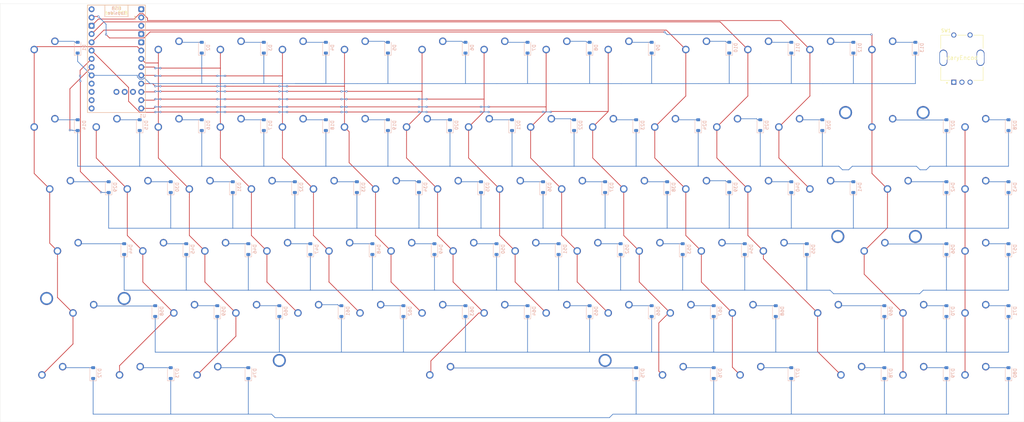
<source format=kicad_pcb>
(kicad_pcb (version 20241229) (generator "pcbnew") (generator_version "9.0")
  (layers (0 "F.Cu" signal) (2 "B.Cu" signal) (13 "F.Paste" user) (15 "B.Paste" user) (5 "F.SilkS" user "F.Silkscreen") (7 "B.SilkS" user "B.Silkscreen") (1 "F.Mask" user) (3 "B.Mask" user) (25 "Edge.Cuts" user))
  (net 0 "")
  (net 1 "COL0")
  (net 2 "Net-(D1-A)")
  (net 3 "Net-(D2-A)")
  (net 4 "Net-(D3-A)")
  (net 5 "Net-(D4-A)")
  (net 6 "Net-(D5-A)")
  (net 7 "Net-(D6-A)")
  (net 8 "Net-(D7-A)")
  (net 9 "Net-(D8-A)")
  (net 10 "Net-(D9-A)")
  (net 11 "Net-(D10-A)")
  (net 12 "Net-(D11-A)")
  (net 13 "Net-(D12-A)")
  (net 14 "Net-(D13-A)")
  (net 15 "Net-(D14-A)")
  (net 16 "ROW5")
  (net 17 "Net-(D15-A)")
  (net 18 "Net-(D16-A)")
  (net 19 "Net-(D17-A)")
  (net 20 "Net-(D18-A)")
  (net 21 "Net-(D19-A)")
  (net 22 "Net-(D20-A)")
  (net 23 "Net-(D21-A)")
  (net 24 "Net-(D22-A)")
  (net 25 "Net-(D23-A)")
  (net 26 "Net-(D24-A)")
  (net 27 "Net-(D25-A)")
  (net 28 "Net-(D26-A)")
  (net 29 "Net-(D27-A)")
  (net 30 "Net-(D28-A)")
  (net 31 "COL1")
  (net 32 "Net-(D29-A)")
  (net 33 "Net-(D30-A)")
  (net 34 "Net-(D31-A)")
  (net 35 "Net-(D32-A)")
  (net 36 "Net-(D33-A)")
  (net 37 "Net-(D34-A)")
  (net 38 "Net-(D35-A)")
  (net 39 "Net-(D36-A)")
  (net 40 "Net-(D37-A)")
  (net 41 "Net-(D38-A)")
  (net 42 "Net-(D39-A)")
  (net 43 "Net-(D40-A)")
  (net 44 "Net-(D41-A)")
  (net 45 "Net-(D42-A)")
  (net 46 "Net-(D43-A)")
  (net 47 "COL2")
  (net 48 "Net-(D44-A)")
  (net 49 "Net-(D45-A)")
  (net 50 "Net-(D46-A)")
  (net 51 "Net-(D47-A)")
  (net 52 "Net-(D48-A)")
  (net 53 "Net-(D49-A)")
  (net 54 "Net-(D50-A)")
  (net 55 "Net-(D51-A)")
  (net 56 "Net-(D52-A)")
  (net 57 "Net-(D53-A)")
  (net 58 "Net-(D54-A)")
  (net 59 "Net-(D55-A)")
  (net 60 "Net-(D56-A)")
  (net 61 "Net-(D57-A)")
  (net 62 "Net-(D58-A)")
  (net 63 "COL3")
  (net 64 "Net-(D59-A)")
  (net 65 "Net-(D60-A)")
  (net 66 "Net-(D61-A)")
  (net 67 "Net-(D62-A)")
  (net 68 "Net-(D63-A)")
  (net 69 "Net-(D64-A)")
  (net 70 "Net-(D65-A)")
  (net 71 "Net-(D66-A)")
  (net 72 "Net-(D67-A)")
  (net 73 "Net-(D68-A)")
  (net 74 "Net-(D69-A)")
  (net 75 "Net-(D70-A)")
  (net 76 "Net-(D71-A)")
  (net 77 "COL4")
  (net 78 "Net-(D72-A)")
  (net 79 "Net-(D73-A)")
  (net 80 "Net-(D74-A)")
  (net 81 "Net-(D75-A)")
  (net 82 "Net-(D76-A)")
  (net 83 "Net-(D77-A)")
  (net 84 "Net-(D78-A)")
  (net 85 "Net-(D79-A)")
  (net 86 "Net-(D80-A)")
  (net 87 "COL5")
  (net 88 "COL6")
  (net 89 "COL7")
  (net 90 "COL8")
  (net 91 "COL9")
  (net 92 "COL10")
  (net 93 "COL11")
  (net 94 "COL12")
  (net 95 "Net-(MX15-Pad1)")
  (net 96 "Net-(MX28-Pad1)")
  (net 97 "ROW0")
  (net 98 "ROW1")
  (net 99 "ROW2")
  (net 100 "ROW3")
  (net 101 "ROW4")
  (footprint "PCM_marbastlib-mx:SW_MX_1u" (layer "F.Cu") (at 171.92625 162.71875)
    (property "Reference" "MX61" (hide yes))
    (property "Value" "MX_SW_solder")
  )
  (footprint "PCM_marbastlib-mx:SW_MX_1u" (layer "F.Cu") (at 186.21375 105.56875)
    (property "Reference" "MX19" (hide yes))
    (property "Value" "MX_SW_solder")
  )
  (footprint "PCM_marbastlib-mx:SW_MX_1u" (layer "F.Cu") (at 319.56375 105.56875)
    (property "Reference" "MX26" (hide yes))
    (property "Value" "MX_SW_solder")
  )
  (footprint "PCM_marbastlib-mx:SW_MX_1u" (layer "F.Cu") (at 376.71375 162.71875)
    (property "Reference" "MX71" (hide yes))
    (property "Value" "MX_SW_solder")
  )
  (footprint "PCM_marbastlib-mx:SW_MX_1u" (layer "F.Cu") (at 224.31375 105.56875)
    (property "Reference" "MX21" (hide yes))
    (property "Value" "MX_SW_solder")
  )
  (footprint "PCM_marbastlib-mx:SW_MX_1u" (layer "F.Cu") (at 176.68875 124.61875)
    (property "Reference" "MX33" (hide yes))
    (property "Value" "MX_SW_solder")
  )
  (footprint "PCM_marbastlib-mx:SW_MX_1u" (layer "F.Cu") (at 233.83875 124.61875)
    (property "Reference" "MX36" (hide yes))
    (property "Value" "MX_SW_solder")
  )
  (footprint "PCM_marbastlib-mx:STAB_MX_P_2.25u" (layer "F.Cu") (at 345.7575 143.66875)
    (property "Reference" "S2" (hide yes))
    (property "Value" "MX_stab")
  )
  (footprint "PCM_marbastlib-mx:SW_MX_1u" (layer "F.Cu") (at 310.03875 81.75625)
    (property "Reference" "MX11" (hide yes))
    (property "Value" "MX_SW_solder")
  )
  (footprint "PCM_marbastlib-mx:SW_MX_1u" (layer "F.Cu") (at 267.17625 162.71875)
    (property "Reference" "MX66" (hide yes))
    (property "Value" "MX_SW_solder")
  )
  (footprint "PCM_marbastlib-mx:SW_MX_1u" (layer "F.Cu") (at 167.16375 105.56875)
    (property "Reference" "MX18" (hide yes))
    (property "Value" "MX_SW_solder")
  )
  (footprint "PCM_marbastlib-mx:SW_MX_1u" (layer "F.Cu") (at 212.4075 181.76875)
    (property "Reference" "MX75" (hide yes))
    (property "Value" "MX_SW_solder")
  )
  (footprint "PCM_marbastlib-mx:SW_MX_1.75u" (layer "F.Cu") (at 98.1075 143.66875)
    (property "Reference" "MX44" (hide yes))
    (property "Value" "MX_SW_solder")
  )
  (footprint "PCM_marbastlib-mx:SW_MX_1u" (layer "F.Cu") (at 295.75125 143.66875)
    (property "Reference" "MX54" (hide yes))
    (property "Value" "MX_SW_solder")
  )
  (footprint "PCM_marbastlib-mx:SW_MX_1u" (layer "F.Cu") (at 348.13875 105.56875)
    (property "Reference" "MX27" (hide yes))
    (property "Value" "MX_SW_solder")
  )
  (footprint "PCM_marbastlib-mx:SW_MX_1u" (layer "F.Cu") (at 157.63875 124.61875)
    (property "Reference" "MX32" (hide yes))
    (property "Value" "MX_SW_solder")
  )
  (footprint "PCM_marbastlib-mx:SW_MX_1u" (layer "F.Cu") (at 124.30125 143.66875)
    (property "Reference" "MX45" (hide yes))
    (property "Value" "MX_SW_solder")
  )
  (footprint "PCM_marbastlib-mx:SW_MX_1u" (layer "F.Cu") (at 271.93875 124.61875)
    (property "Reference" "MX38" (hide yes))
    (property "Value" "MX_SW_solder")
  )
  (footprint "PCM_marbastlib-mx:SW_MX_1u" (layer "F.Cu") (at 110.01375 105.56875)
    (property "Reference" "MX15" (hide yes))
    (property "Value" "MX_SW_solder")
  )
  (footprint "PCM_marbastlib-mx:SW_MX_1u" (layer "F.Cu") (at 262.41375 105.56875)
    (property "Reference" "MX23" (hide yes))
    (property "Value" "MX_SW_solder")
  )
  (footprint "PCM_marbastlib-mx:SW_MX_1u" (layer "F.Cu") (at 210.02625 162.71875)
    (property "Reference" "MX63" (hide yes))
    (property "Value" "MX_SW_solder")
  )
  (footprint "PCM_marbastlib-mx:SW_MX_1.25u" (layer "F.Cu") (at 93.345 181.76875)
    (property "Reference" "MX72" (hide yes))
    (property "Value" "MX_SW_solder")
  )
  (footprint "PCM_marbastlib-mx:SW_MX_1u" (layer "F.Cu") (at 314.80125 143.66875)
    (property "Reference" "MX55" (hide yes))
    (property "Value" "MX_SW_solder")
  )
  (footprint "PCM_marbastlib-mx:SW_MX_1u" (layer "F.Cu") (at 119.53875 124.61875)
    (property "Reference" "MX30" (hide yes))
    (property "Value" "MX_SW_solder")
  )
  (footprint "PCM_marbastlib-mx:SW_MX_1u" (layer "F.Cu") (at 190.97625 162.71875)
    (property "Reference" "MX62" (hide yes))
    (property "Value" "MX_SW_solder")
  )
  (footprint "PCM_marbastlib-mx:SW_MX_1u" (layer "F.Cu") (at 129.06375 105.56875)
    (property "Reference" "MX16" (hide yes))
    (property "Value" "MX_SW_solder")
  )
  (footprint "PCM_marbastlib-mx:STAB_MX_P_6.25u" (layer "F.Cu") (at 212.4075 181.76875)
    (property "Reference" "S4" (hide yes))
    (property "Value" "MX_stab")
  )
  (footprint "PCM_marbastlib-mx:SW_MX_1u" (layer "F.Cu") (at 305.27625 162.71875)
    (property "Reference" "MX68" (hide yes))
    (property "Value" "MX_SW_solder")
  )
  (footprint "PCM_marbastlib-mx:SW_MX_1u" (layer "F.Cu") (at 248.12625 81.75625)
    (property "Reference" "MX8" (hide yes))
    (property "Value" "MX_SW_solder")
  )
  (footprint "PCM_marbastlib-mx:SW_MX_1u" (layer "F.Cu") (at 148.11375 81.75625)
    (property "Reference" "MX3" (hide yes))
    (property "Value" "MX_SW_solder")
  )
  (footprint "PCM_marbastlib-mx:SW_MX_1u" (layer "F.Cu") (at 102.87 162.71875)
    (property "Reference" "MX58" (hide yes))
    (property "Value" "MX_SW_solder")
  )
  (footprint "PCM_marbastlib-mx:SW_MX_1u" (layer "F.Cu") (at 243.36375 105.56875)
    (property "Reference" "MX22" (hide yes))
    (property "Value" "MX_SW_solder")
  )
  (footprint "PCM_marbastlib-mx:SW_MX_1u" (layer "F.Cu") (at 148.11375 105.56875)
    (property "Reference" "MX17" (hide yes))
    (property "Value" "MX_SW_solder")
  )
  (footprint "PCM_marbastlib-mx:SW_MX_1u" (layer "F.Cu") (at 290.98875 124.61875)
    (property "Reference" "MX39" (hide yes))
    (property "Value" "MX_SW_solder")
  )
  (footprint "PCM_marbastlib-mx:SW_MX_1u" (layer "F.Cu") (at 290.98875 81.75625)
    (property "Reference" "MX10" (hide yes))
    (property "Value" "MX_SW_solder")
  )
  (footprint "PCM_marbastlib-mx:SW_MX_1u" (layer "F.Cu") (at 214.78875 124.61875)
    (property "Reference" "MX35" (hide yes))
    (property "Value" "MX_SW_solder")
  )
  (footprint "PCM_marbastlib-mx:SW_MX_1u" (layer "F.Cu") (at 310.03875 124.61875)
    (property "Reference" "MX40" (hide yes))
    (property "Value" "MX_SW_solder")
  )
  (footprint "PCM_marbastlib-mx:SW_MX_1u" (layer "F.Cu") (at 152.87625 162.71875)
    (property "Reference" "MX60" (hide yes))
    (property "Value" "MX_SW_solder")
  )
  (footprint "PCM_marbastlib-mx:SW_MX_1u" (layer "F.Cu") (at 195.73875 124.61875)
    (property "Reference" "MX34" (hide yes))
    (property "Value" "MX_SW_solder")
  )
  (footprint "PCM_marbastlib-mx:SW_MX_1.25u" (layer "F.Cu") (at 283.845 181.76875)
    (property "Reference" "MX76" (hide yes))
    (property "Value" "MX_SW_solder")
  )
  (footprint "PCM_marbastlib-mx:SW_MX_1u" (layer "F.Cu") (at 143.35125 143.66875)
    (property "Reference" "MX46" (hide yes))
    (property "Value" "MX_SW_solder")
  )
  (footprint "PCM_marbastlib-mx:SW_MX_1u" (layer "F.Cu") (at 205.26375 105.56875)
    (property "Reference" "MX20" (hide yes))
    (property "Value" "MX_SW_solder")
  )
  (footprint "PCM_marbastlib-mx:SW_MX_1u" (layer "F.Cu") (at 300.51375 105.56875)
    (property "Reference" "MX25" (hide yes))
    (property "Value" "MX_SW_solder")
  )
  (footprint "PCM_marbastlib-mx:SW_MX_1u" (layer "F.Cu") (at 238.60125 143.66875)
    (property "Reference" "MX51" (hide yes))
    (property "Value" "MX_SW_solder")
  )
  (footprint "PCM_marbastlib-mx:SW_MX_1.75u" (layer "F.Cu") (at 331.47 162.71875)
    (property "Reference" "MX69" (hide yes))
    (property "Value" "MX_SW_solder")
  )
  (footprint "PCM_marbastlib-mx:SW_MX_1u" (layer "F.Cu") (at 276.70125 143.66875)
    (property "Reference" "MX53" (hide yes))
    (property "Value" "MX_SW_solder")
  )
  (footprint "PCM_marbastlib-mx:SW_MX_1u" (layer "F.Cu") (at 329.08875 124.61875)
    (property "Reference" "MX41" (hide yes))
    (property "Value" "MX_SW_solder")
  )
  (footprint "PCM_marbastlib-mx:STAB_MX_P_2u" (layer "F.Cu") (at 348.13875 105.56875)
    (property "Reference" "S1" (hide yes))
    (property "Value" "MX_stab")
  )
  (footprint "PCM_marbastlib-mx:SW_MX_1u" (layer "F.Cu") (at 376.71375 105.56875)
    (property "Reference" "MX28" (hide yes))
    (property "Value" "MX_SW_solder")
  )
  (footprint "PCM_marbastlib-mx:SW_MX_1u" (layer "F.Cu") (at 210.02625 81.75625)
    (property "Reference" "MX6" (hide yes))
    (property "Value" "MX_SW_solder")
  )
  (footprint "PCM_marbastlib-mx:SW_MX_1u" (layer "F.Cu") (at 329.08875 81.75625)
    (property "Reference" "MX12" (hide yes))
    (property "Value" "MX_SW_solder")
  )
  (footprint "PCM_marbastlib-mx:SW_MX_1u" (layer "F.Cu") (at 181.45125 143.66875)
    (property "Reference" "MX48" (hide yes))
    (property "Value" "MX_SW_solder")
  )
  (footprint "PCM_marbastlib-mx:SW_MX_1.5u" (layer "F.Cu") (at 95.72625 124.61875)
    (property "Reference" "MX29" (hide yes))
    (property "Value" "MX_SW_solder")
  )
  (footprint "PCM_marbastlib-mx:SW_MX_1u" (layer "F.Cu") (at 281.46375 105.56875)
    (property "Reference" "MX24" (hide yes))
    (property "Value" "MX_SW_solder")
  )
  (footprint "PCM_marbastlib-mx:SW_MX_1u" (layer "F.Cu") (at 229.07625 162.71875)
    (property "Reference" "MX64" (hide yes))
    (property "Value" "MX_SW_solder")
  )
  (footprint "PCM_marbastlib-mx:SW_MX_1u" (layer "F.Cu") (at 338.61375 181.76875)
    (property "Reference" "MX78" (hide yes))
    (property "Value" "MX_SW_solder")
  )
  (footprint "Rotary Encoder:Bourns-PEC11R-4220F-S0024-0-0-0" (layer "F.Cu") (at 371.95125 81.75625)
    (property "Reference" "SW1")
    (property "Value" "RotaryEncoder")
  )
  (footprint "PCM_marbastlib-mx:SW_MX_1u" (layer "F.Cu") (at 167.16375 81.75625)
    (property "Reference" "MX4" (hide yes))
    (property "Value" "MX_SW_solder")
  )
  (footprint "PCM_marbastlib-mx:SW_MX_1u" (layer "F.Cu") (at 267.17625 81.75625)
    (property "Reference" "MX9" (hide yes))
    (property "Value" "MX_SW_solder")
  )
  (footprint "PCM_marbastlib-mx:SW_MX_1u" (layer "F.Cu") (at 376.71375 181.76875)
    (property "Reference" "MX80" (hide yes))
    (property "Value" "MX_SW_solder")
  )
  (footprint "PCM_marbastlib-mx:SW_MX_1.5u" (layer "F.Cu") (at 352.90125 124.61875)
    (property "Reference" "MX42" (hide yes))
    (property "Value" "MX_SW_solder")
  )
  (footprint "PCM_marbastlib-mx:SW_MX_1u" (layer "F.Cu") (at 219.55125 143.66875)
    (property "Reference" "MX50" (hide yes))
    (property "Value" "MX_SW_solder")
  )
  (footprint "PCM_marbastlib-mx:SW_MX_1.25u" (layer "F.Cu") (at 140.97 181.76875)
    (property "Reference" "MX74" (hide yes))
    (property "Value" "MX_SW_solder")
  )
  (footprint "PCM_marbastlib-mx:SW_MX_1u" (layer "F.Cu") (at 229.07625 81.75625)
    (property "Reference" "MX7" (hide yes))
    (property "Value" "MX_SW_solder")
  )
  (footprint "PCM_marbastlib-mx:SW_MX_1u" (layer "F.Cu") (at 138.58875 124.61875)
    (property "Reference" "MX31" (hide yes))
    (property "Value" "MX_SW_solder")
  )
  (footprint "PCM_marbastlib-mx:SW_MX_1u" (layer "F.Cu") (at 90.96375 105.56875)
    (property "Reference" "MX14" (hide yes))
    (property "Value" "MX_SW_solder")
  )
  (footprint "PCM_marbastlib-mx:STAB_MX_P_2.25u" (layer "F.Cu") (at 102.87 162.71875)
    (property "Reference" "S3" (hide yes))
    (property "Value" "MX_stab")
  )
  (footprint "PCM_marbastlib-mx:SW_MX_1.25u" (layer "F.Cu") (at 117.1575 181.76875)
    (property "Reference" "MX73" (hide yes))
    (property "Value" "MX_SW_solder")
  )
  (footprint "PCM_marbastlib-mx:SW_MX_1u" (layer "F.Cu") (at 348.13875 81.75625)
    (property "Reference" "MX13" (hide yes))
    (property "Value" "MX_SW_solder")
  )
  (footprint "PCM_marbastlib-mx:SW_MX_1u" (layer "F.Cu") (at 286.22625 162.71875)
    (property "Reference" "MX67" (hide yes))
    (property "Value" "MX_SW_solder")
  )
  (footprint "PCM_marbastlib-mx:SW_MX_1u" (layer "F.Cu") (at 133.82625 162.71875)
    (property "Reference" "MX59" (hide yes))
    (property "Value" "MX_SW_solder")
  )
  (footprint "PCM_marbastlib-mx:SW_MX_1.25u" (layer "F.Cu") (at 307.6575 181.76875)
    (property "Reference" "MX77" (hide yes))
    (property "Value" "MX_SW_solder")
  )
  (footprint "PCM_marbastlib-mx:SW_MX_1u" (layer "F.Cu") (at 252.88875 124.61875)
    (property "Reference" "MX37" (hide yes))
    (property "Value" "MX_SW_solder")
  )
  (footprint "PCM_marbastlib-mx:SW_MX_1u" (layer "F.Cu") (at 248.12625 162.71875)
    (property "Reference" "MX65" (hide yes))
    (property "Value" "MX_SW_solder")
  )
  (footprint "PCM_marbastlib-mx:SW_MX_1u" (layer "F.Cu") (at 357.66375 181.76875)
    (property "Reference" "MX79" (hide yes))
    (property "Value" "MX_SW_solder")
  )
  (footprint "PCM_marbastlib-mx:SW_MX_1u" (layer "F.Cu") (at 129.06375 81.75625)
    (property "Reference" "MX2" (hide yes))
    (property "Value" "MX_SW_solder")
  )
  (footprint "PCM_marbastlib-mx:SW_MX_1u" (layer "F.Cu") (at 186.21375 81.75625)
    (property "Reference" "MX5" (hide yes))
    (property "Value" "MX_SW_solder")
  )
  (footprint "PCM_marbastlib-mx:SW_MX_1u" (layer "F.Cu") (at 162.40125 143.66875)
    (property "Reference" "MX47" (hide yes))
    (property "Value" "MX_SW_solder")
  )
  (footprint "PCM_marbastlib-mx:SW_MX_1u" (layer "F.Cu") (at 257.65125 143.66875)
    (property "Reference" "MX52" (hide yes))
    (property "Value" "MX_SW_solder")
  )
  (footprint "PCM_marbastlib-mx:SW_MX_1u" (layer "F.Cu") (at 376.71375 143.66875)
    (property "Reference" "MX57" (hide yes))
    (property "Value" "MX_SW_solder")
  )
  (footprint "PCM_marbastlib-mx:SW_MX_1u" (layer "F.Cu") (at 345.7575 143.66875)
    (property "Reference" "MX56" (hide yes))
    (property "Value" "MX_SW_solder")
  )
  (footprint "PCM_marbastlib-mx:SW_MX_1u" (layer "F.Cu") (at 200.50125 143.66875)
    (property "Reference" "MX49" (hide yes))
    (property "Value" "MX_SW_solder")
  )
  (footprint "PCM_marbastlib-mx:SW_MX_1u" (layer "F.Cu") (at 376.71375 124.61875)
    (property "Reference" "MX43" (hide yes))
    (property "Value" "MX_SW_solder")
  )
  (footprint "PCM_marbastlib-mx:SW_MX_1u" (layer "F.Cu") (at 357.66375 162.71875)
    (property "Reference" "MX70" (hide yes))
    (property "Value" "MX_SW_solder")
  )
  (footprint "PCM_marbastlib-mx:SW_MX_1u" (layer "F.Cu") (at 90.96375 81.75625)
    (property "Reference" "MX1" (hide yes))
    (property "Value" "MX_SW_solder")
  )
  (footprint "Diode_SMD:D_SOD-123" (layer "B.Cu") (at 219.55125 78.64375 90)
    (property "Reference" "D6")
    (property "Value" "D_Small")
  )
  (footprint "Diode_SMD:D_SOD-123" (layer "B.Cu") (at 295.75125 178.65625 90)
    (property "Reference" "D76")
    (property "Value" "D_Small")
  )
  (footprint "Diode_SMD:D_SOD-123" (layer "B.Cu") (at 210.02625 140.55625 90)
    (property "Reference" "D49")
    (property "Value" "D_Small")
  )
  (footprint "Diode_SMD:D_SOD-123" (layer "B.Cu") (at 233.83875 102.45625 90)
    (property "Reference" "D21")
    (property "Value" "D_Small")
  )
  (footprint "Diode_SMD:D_SOD-123" (layer "B.Cu") (at 105.25125 178.65625 90)
    (property "Reference" "D72")
    (property "Value" "D_Small")
  )
  (footprint "Diode_SMD:D_SOD-123" (layer "B.Cu") (at 310.03875 102.45625 90)
    (property "Reference" "D25")
    (property "Value" "D_Small")
  )
  (footprint "Diode_SMD:D_SOD-123" (layer "B.Cu") (at 357.66375 78.64375 90)
    (property "Reference" "D13")
    (property "Value" "D_Small")
  )
  (footprint "Diode_SMD:D_SOD-123" (layer "B.Cu") (at 386.23875 102.45625 90)
    (property "Reference" "D28")
    (property "Value" "D_Small")
  )
  (footprint "Diode_SMD:D_SOD-123" (layer "B.Cu") (at 195.73875 78.64375 90)
    (property "Reference" "D5")
    (property "Value" "D_Small")
  )
  (footprint "Diode_SMD:D_SOD-123" (layer "B.Cu") (at 214.78875 102.45625 90)
    (property "Reference" "D20")
    (property "Value" "D_Small")
  )
  (footprint "Diode_SMD:D_SOD-123" (layer "B.Cu") (at 248.12625 140.55625 90)
    (property "Reference" "D51")
    (property "Value" "D_Small")
  )
  (footprint "Diode_SMD:D_SOD-123" (layer "B.Cu") (at 271.93875 178.65625 90)
    (property "Reference" "D75")
    (property "Value" "D_Small")
  )
  (footprint "Diode_SMD:D_SOD-123" (layer "B.Cu") (at 286.22625 140.55625 90)
    (property "Reference" "D53")
    (property "Value" "D_Small")
  )
  (footprint "Diode_SMD:D_SOD-123" (layer "B.Cu") (at 243.36375 121.50625 90)
    (property "Reference" "D36")
    (property "Value" "D_Small")
  )
  (footprint "Diode_SMD:D_SOD-123" (layer "B.Cu") (at 129.06375 121.50625 90)
    (property "Reference" "D30")
    (property "Value" "D_Small")
  )
  (footprint "Diode_SMD:D_SOD-123" (layer "B.Cu") (at 114.77625 140.55625 90)
    (property "Reference" "D44")
    (property "Value" "D_Small")
  )
  (footprint "Diode_SMD:D_SOD-123" (layer "B.Cu") (at 205.26375 121.50625 90)
    (property "Reference" "D34")
    (property "Value" "D_Small")
  )
  (footprint "Diode_SMD:D_SOD-123" (layer "B.Cu") (at 338.61375 121.50625 90)
    (property "Reference" "D41")
    (property "Value" "D_Small")
  )
  (footprint "Diode_SMD:D_SOD-123" (layer "B.Cu") (at 348.13875 159.60625 90)
    (property "Reference" "D69")
    (property "Value" "D_Small")
  )
  (footprint "Diode_SMD:D_SOD-123" (layer "B.Cu") (at 276.70125 78.64375 90)
    (property "Reference" "D9")
    (property "Value" "D_Small")
  )
  (footprint "Diode_SMD:D_SOD-123" (layer "B.Cu") (at 138.58875 78.64375 90)
    (property "Reference" "D2")
    (property "Value" "D_Small")
  )
  (footprint "Diode_SMD:D_SOD-123" (layer "B.Cu") (at 100.48875 102.45625 90)
    (property "Reference" "D14")
    (property "Value" "D_Small")
  )
  (footprint "Diode_SMD:D_SOD-123" (layer "B.Cu") (at 314.80125 159.60625 90)
    (property "Reference" "D68")
    (property "Value" "D_Small")
  )
  (footprint "Diode_SMD:D_SOD-123" (layer "B.Cu") (at 367.18875 102.45625 90)
    (property "Reference" "D27")
    (property "Value" "D_Small")
  )
  (footprint "Diode_SMD:D_SOD-123" (layer "B.Cu") (at 157.63875 78.64375 90)
    (property "Reference" "D3")
    (property "Value" "D_Small")
  )
  (footprint "Diode_SMD:D_SOD-123" (layer "B.Cu") (at 138.58875 102.45625 90)
    (property "Reference" "D16")
    (property "Value" "D_Small")
  )
  (footprint "Diode_SMD:D_SOD-123" (layer "B.Cu") (at 367.18875 121.50625 90)
    (property "Reference" "D42")
    (property "Value" "D_Small")
  )
  (footprint "Diode_SMD:D_SOD-123" (layer "B.Cu") (at 152.87625 140.55625 90)
    (property "Reference" "D46")
    (property "Value" "D_Small")
  )
  (footprint "Diode_SMD:D_SOD-123" (layer "B.Cu") (at 367.18875 159.60625 90)
    (property "Reference" "D70")
    (property "Value" "D_Small")
  )
  (footprint "Diode_SMD:D_SOD-123" (layer "B.Cu") (at 176.68875 102.45625 90)
    (property "Reference" "D18")
    (property "Value" "D_Small")
  )
  (footprint "Diode_SMD:D_SOD-123" (layer "B.Cu") (at 386.23875 121.50625 90)
    (property "Reference" "D43")
    (property "Value" "D_Small")
  )
  (footprint "Diode_SMD:D_SOD-123" (layer "B.Cu") (at 110.01375 121.50625 90)
    (property "Reference" "D29")
    (property "Value" "D_Small")
  )
  (footprint "Diode_SMD:D_SOD-123" (layer "B.Cu") (at 386.23875 178.65625 90)
    (property "Reference" "D80")
    (property "Value" "D_Small")
  )
  (footprint "Diode_SMD:D_SOD-123" (layer "B.Cu") (at 367.18875 178.65625 90)
    (property "Reference" "D79")
    (property "Value" "D_Small")
  )
  (footprint "Diode_SMD:D_SOD-123" (layer "B.Cu") (at 257.65125 78.64375 90)
    (property "Reference" "D8")
    (property "Value" "D_Small")
  )
  (footprint "Diode_SMD:D_SOD-123" (layer "B.Cu") (at 319.56375 121.50625 90)
    (property "Reference" "D40")
    (property "Value" "D_Small")
  )
  (footprint "Diode_SMD:D_SOD-123" (layer "B.Cu") (at 319.56375 178.65625 90)
    (property "Reference" "D77")
    (property "Value" "D_Small")
  )
  (footprint "Diode_SMD:D_SOD-123" (layer "B.Cu") (at 143.35125 159.60625 90)
    (property "Reference" "D59")
    (property "Value" "D_Small")
  )
  (footprint "Diode_SMD:D_SOD-123" (layer "B.Cu") (at 100.48875 78.64375 90)
    (property "Reference" "D1")
    (property "Value" "D_Small")
  )
  (footprint "Diode_SMD:D_SOD-123" (layer "B.Cu") (at 252.88875 102.45625 90)
    (property "Reference" "D22")
    (property "Value" "D_Small")
  )
  (footprint "Diode_SMD:D_SOD-123" (layer "B.Cu") (at 262.41375 121.50625 90)
    (property "Reference" "D37")
    (property "Value" "D_Small")
  )
  (footprint "Diode_SMD:D_SOD-123" (layer "B.Cu") (at 238.60125 159.60625 90)
    (property "Reference" "D64")
    (property "Value" "D_Small")
  )
  (footprint "Diode_SMD:D_SOD-123" (layer "B.Cu") (at 295.75125 159.60625 90)
    (property "Reference" "D67")
    (property "Value" "D_Small")
  )
  (footprint "Diode_SMD:D_SOD-123" (layer "B.Cu") (at 267.17625 140.55625 90)
    (property "Reference" "D52")
    (property "Value" "D_Small")
  )
  (footprint "Diode_SMD:D_SOD-123" (layer "B.Cu") (at 300.51375 121.50625 90)
    (property "Reference" "D39")
    (property "Value" "D_Small")
  )
  (footprint "Diode_SMD:D_SOD-123" (layer "B.Cu") (at 271.93875 102.45625 90)
    (property "Reference" "D23")
    (property "Value" "D_Small")
  )
  (footprint "Diode_SMD:D_SOD-123" (layer "B.Cu") (at 171.92625 140.55625 90)
    (property "Reference" "D47")
    (property "Value" "D_Small")
  )
  (footprint "Diode_SMD:D_SOD-123" (layer "B.Cu") (at 176.68875 78.64375 90)
    (property "Reference" "D4")
    (property "Value" "D_Small")
  )
  (footprint "Diode_SMD:D_SOD-123" (layer "B.Cu") (at 276.70125 159.60625 90)
    (property "Reference" "D66")
    (property "Value" "D_Small")
  )
  (footprint "Diode_SMD:D_SOD-123" (layer "B.Cu") (at 190.97625 140.55625 90)
    (property "Reference" "D48")
    (property "Value" "D_Small")
  )
  (footprint "Diode_SMD:D_SOD-123" (layer "B.Cu") (at 281.46375 121.50625 90)
    (property "Reference" "D38")
    (property "Value" "D_Small")
  )
  (footprint "Diode_SMD:D_SOD-123" (layer "B.Cu") (at 338.61375 78.64375 90)
    (property "Reference" "D12")
    (property "Value" "D_Small")
  )
  (footprint "Diode_SMD:D_SOD-123" (layer "B.Cu") (at 119.53875 102.45625 90)
    (property "Reference" "D15")
    (property "Value" "D_Small")
  )
  (footprint "Diode_SMD:D_SOD-123" (layer "B.Cu") (at 162.40125 159.60625 90)
    (property "Reference" "D60")
    (property "Value" "D_Small")
  )
  (footprint "PCM_marbastlib-xp-promicroish:nice_nano_AH_Reversible" (layer "B.Cu") (at 112.395 83.34375 180)
    (property "Reference" "U1")
    (property "Value" "nice_nano")
  )
  (footprint "Diode_SMD:D_SOD-123" (layer "B.Cu") (at 157.63875 102.45625 90)
    (property "Reference" "D17")
    (property "Value" "D_Small")
  )
  (footprint "Diode_SMD:D_SOD-123" (layer "B.Cu") (at 367.18875 140.55625 90)
    (property "Reference" "D56")
    (property "Value" "D_Small")
  )
  (footprint "Diode_SMD:D_SOD-123" (layer "B.Cu") (at 200.50125 159.60625 90)
    (property "Reference" "D62")
    (property "Value" "D_Small")
  )
  (footprint "Diode_SMD:D_SOD-123" (layer "B.Cu") (at 257.65125 159.60625 90)
    (property "Reference" "D65")
    (property "Value" "D_Small")
  )
  (footprint "Diode_SMD:D_SOD-123" (layer "B.Cu") (at 195.73875 102.45625 90)
    (property "Reference" "D19")
    (property "Value" "D_Small")
  )
  (footprint "Diode_SMD:D_SOD-123" (layer "B.Cu") (at 181.45125 159.60625 90)
    (property "Reference" "D61")
    (property "Value" "D_Small")
  )
  (footprint "Diode_SMD:D_SOD-123" (layer "B.Cu") (at 329.08875 102.45625 90)
    (property "Reference" "D26")
    (property "Value" "D_Small")
  )
  (footprint "Diode_SMD:D_SOD-123" (layer "B.Cu") (at 152.87625 178.65625 90)
    (property "Reference" "D74")
    (property "Value" "D_Small")
  )
  (footprint "Diode_SMD:D_SOD-123" (layer "B.Cu") (at 186.21375 121.50625 90)
    (property "Reference" "D33")
    (property "Value" "D_Small")
  )
  (footprint "Diode_SMD:D_SOD-123" (layer "B.Cu") (at 167.16375 121.50625 90)
    (property "Reference" "D32")
    (property "Value" "D_Small")
  )
  (footprint "Diode_SMD:D_SOD-123" (layer "B.Cu") (at 238.60125 78.64375 90)
    (property "Reference" "D7")
    (property "Value" "D_Small")
  )
  (footprint "Diode_SMD:D_SOD-123" (layer "B.Cu") (at 319.56375 78.64375 90)
    (property "Reference" "D11")
    (property "Value" "D_Small")
  )
  (footprint "Diode_SMD:D_SOD-123" (layer "B.Cu") (at 290.98875 102.45625 90)
    (property "Reference" "D24")
    (property "Value" "D_Small")
  )
  (footprint "Diode_SMD:D_SOD-123" (layer "B.Cu") (at 124.30125 159.60625 90)
    (property "Reference" "D58")
    (property "Value" "D_Small")
  )
  (footprint "Diode_SMD:D_SOD-123" (layer "B.Cu") (at 224.31375 121.50625 90)
    (property "Reference" "D35")
    (property "Value" "D_Small")
  )
  (footprint "Diode_SMD:D_SOD-123" (layer "B.Cu") (at 219.55125 159.60625 90)
    (property "Reference" "D63")
    (property "Value" "D_Small")
  )
  (footprint "Diode_SMD:D_SOD-123" (layer "B.Cu") (at 386.23875 159.60625 90)
    (property "Reference" "D71")
    (property "Value" "D_Small")
  )
  (footprint "Diode_SMD:D_SOD-123" (layer "B.Cu") (at 386.23875 140.55625 90)
    (property "Reference" "D57")
    (property "Value" "D_Small")
  )
  (footprint "Diode_SMD:D_SOD-123" (layer "B.Cu") (at 133.82625 140.55625 90)
    (property "Reference" "D45")
    (property "Value" "D_Small")
  )
  (footprint "Diode_SMD:D_SOD-123" (layer "B.Cu") (at 348.13875 178.65625 90)
    (property "Reference" "D78")
    (property "Value" "D_Small")
  )
  (footprint "Diode_SMD:D_SOD-123" (layer "B.Cu") (at 229.07625 140.55625 90)
    (property "Reference" "D50")
    (property "Value" "D_Small")
  )
  (footprint "Diode_SMD:D_SOD-123" (layer "B.Cu") (at 305.27625 140.55625 90)
    (property "Reference" "D54")
    (property "Value" "D_Small")
  )
  (footprint "Diode_SMD:D_SOD-123" (layer "B.Cu") (at 129.06375 178.65625 90)
    (property "Reference" "D73")
    (property "Value" "D_Small")
  )
  (footprint "Diode_SMD:D_SOD-123" (layer "B.Cu") (at 324.32625 140.55625 90)
    (property "Reference" "D55")
    (property "Value" "D_Small")
  )
  (footprint "Diode_SMD:D_SOD-123" (layer "B.Cu") (at 300.51375 78.64375 90)
    (property "Reference" "D10")
    (property "Value" "D_Small")
  )
  (footprint "Diode_SMD:D_SOD-123" (layer "B.Cu") (at 148.11375 121.50625 90)
    (property "Reference" "D31")
    (property "Value" "D_Small")
  )
  (gr_line (start 391.00125 65.0875) (end 391.00125 193.675) (stroke (width 0.05)) (layer "Edge.Cuts"))
  (gr_line (start 391.00125 193.675) (end 76.67625 193.675) (stroke (width 0.05)) (layer "Edge.Cuts"))
  (gr_line (start 76.67625 65.0875) (end 76.67625 193.675) (stroke (width 0.05)) (layer "Edge.Cuts"))
  (gr_line (start 391.00125 65.0875) (end 76.67625 65.0875) (stroke (width 0.05)) (layer "Edge.Cuts"))
  (segment (start 87.15375 117.31625) (end 91.91625 122.07875) (width 0.2) (layer "F.Cu") (net 1))
  (segment (start 87.15375 79.21625) (end 87.15375 103.02875) (width 0.2) (layer "F.Cu") (net 1))
  (segment (start 120.015 79.53375) (end 118.814 78.33275) (width 0.2) (layer "F.Cu") (net 1))
  (segment (start 91.91625 138.7475) (end 94.2975 141.12875) (width 0.2) (layer "F.Cu") (net 1))
  (segment (start 91.91625 122.07875) (end 91.91625 138.7475) (width 0.2) (layer "F.Cu") (net 1))
  (segment (start 94.2975 155.41625) (end 99.06 160.17875) (width 0.2) (layer "F.Cu") (net 1))
  (segment (start 99.06 169.70375) (end 89.535 179.22875) (width 0.2) (layer "F.Cu") (net 1))
  (segment (start 118.814 78.33275) (end 88.03725 78.33275) (width 0.2) (layer "F.Cu") (net 1))
  (segment (start 99.06 160.17875) (end 99.06 169.70375) (width 0.2) (layer "F.Cu") (net 1))
  (segment (start 87.15375 103.02875) (end 87.15375 117.31625) (width 0.2) (layer "F.Cu") (net 1))
  (segment (start 88.03725 78.33275) (end 87.15375 79.21625) (width 0.2) (layer "F.Cu") (net 1))
  (segment (start 94.2975 141.12875) (end 94.2975 155.41625) (width 0.2) (layer "F.Cu") (net 1))
  (segment (start 100.48875 76.99375) (end 99.695 76.99375) (width 0.2) (layer "B.Cu") (net 2))
  (segment (start 99.695 76.99375) (end 99.3775 76.67625) (width 0.2) (layer "B.Cu") (net 2))
  (segment (start 99.3775 76.67625) (end 93.50375 76.67625) (width 0.2) (layer "B.Cu") (net 2))
  (segment (start 131.92125 76.99375) (end 131.60375 76.67625) (width 0.2) (layer "B.Cu") (net 3))
  (segment (start 138.58875 76.99375) (end 131.92125 76.99375) (width 0.2) (layer "B.Cu") (net 3))
  (segment (start 150.97125 76.99375) (end 150.65375 76.67625) (width 0.2) (layer "B.Cu") (net 4))
  (segment (start 157.63875 76.99375) (end 150.97125 76.99375) (width 0.2) (layer "B.Cu") (net 4))
  (segment (start 170.02125 76.99375) (end 169.70375 76.67625) (width 0.2) (layer "B.Cu") (net 5))
  (segment (start 176.68875 76.99375) (end 170.02125 76.99375) (width 0.2) (layer "B.Cu") (net 5))
  (segment (start 195.73875 76.99375) (end 194.945 76.99375) (width 0.2) (layer "B.Cu") (net 6))
  (segment (start 194.945 76.99375) (end 194.6275 76.67625) (width 0.2) (layer "B.Cu") (net 6))
  (segment (start 194.6275 76.67625) (end 188.75375 76.67625) (width 0.2) (layer "B.Cu") (net 6))
  (segment (start 219.55125 76.99375) (end 218.7575 76.99375) (width 0.2) (layer "B.Cu") (net 7))
  (segment (start 218.44 76.67625) (end 212.56625 76.67625) (width 0.2) (layer "B.Cu") (net 7))
  (segment (start 218.7575 76.99375) (end 218.44 76.67625) (width 0.2) (layer "B.Cu") (net 7))
  (segment (start 231.93375 76.99375) (end 231.61625 76.67625) (width 0.2) (layer "B.Cu") (net 8))
  (segment (start 238.60125 76.99375) (end 231.93375 76.99375) (width 0.2) (layer "B.Cu") (net 8))
  (segment (start 256.8575 76.99375) (end 256.54 76.67625) (width 0.2) (layer "B.Cu") (net 9))
  (segment (start 257.65125 76.99375) (end 256.8575 76.99375) (width 0.2) (layer "B.Cu") (net 9))
  (segment (start 256.54 76.67625) (end 250.66625 76.67625) (width 0.2) (layer "B.Cu") (net 9))
  (segment (start 270.03375 76.99375) (end 269.71625 76.67625) (width 0.2) (layer "B.Cu") (net 10))
  (segment (start 276.70125 76.99375) (end 270.03375 76.99375) (width 0.2) (layer "B.Cu") (net 10))
  (segment (start 299.72 76.99375) (end 299.4025 76.67625) (width 0.2) (layer "B.Cu") (net 11))
  (segment (start 300.51375 76.99375) (end 299.72 76.99375) (width 0.2) (layer "B.Cu") (net 11))
  (segment (start 299.4025 76.67625) (end 293.52875 76.67625) (width 0.2) (layer "B.Cu") (net 11))
  (segment (start 312.89625 76.99375) (end 312.57875 76.67625) (width 0.2) (layer "B.Cu") (net 12))
  (segment (start 319.56375 76.99375) (end 312.89625 76.99375) (width 0.2) (layer "B.Cu") (net 12))
  (segment (start 331.94625 76.99375) (end 331.62875 76.67625) (width 0.2) (layer "B.Cu") (net 13))
  (segment (start 338.61375 76.99375) (end 331.94625 76.99375) (width 0.2) (layer "B.Cu") (net 13))
  (segment (start 350.99625 76.99375) (end 350.67875 76.67625) (width 0.2) (layer "B.Cu") (net 14))
  (segment (start 357.66375 76.99375) (end 350.99625 76.99375) (width 0.2) (layer "B.Cu") (net 14))
  (segment (start 100.48875 100.80625) (end 93.82125 100.80625) (width 0.2) (layer "B.Cu") (net 15))
  (segment (start 93.82125 100.80625) (end 93.50375 100.48875) (width 0.2) (layer "B.Cu") (net 15))
  (segment (start 264.795 191.29375) (end 263.7201 192.36865) (width 0.2) (layer "B.Cu") (net 16))
  (segment (start 105.25125 191.29375) (end 129.06375 191.29375) (width 0.2) (layer "B.Cu") (net 16))
  (segment (start 386.23875 191.29375) (end 367.18875 191.29375) (width 0.2) (layer "B.Cu") (net 16))
  (segment (start 160.02 191.29375) (end 152.87625 191.29375) (width 0.2) (layer "B.Cu") (net 16))
  (segment (start 105.25125 180.30625) (end 105.25125 191.29375) (width 0.2) (layer "B.Cu") (net 16))
  (segment (start 367.18875 180.30625) (end 367.18875 191.29375) (width 0.2) (layer "B.Cu") (net 16))
  (segment (start 271.93875 191.29375) (end 264.795 191.29375) (width 0.2) (layer "B.Cu") (net 16))
  (segment (start 152.87625 191.29375) (end 129.06375 191.29375) (width 0.2) (layer "B.Cu") (net 16))
  (segment (start 295.75125 191.29375) (end 319.56375 191.29375) (width 0.2) (layer "B.Cu") (net 16))
  (segment (start 129.06375 191.29375) (end 129.06375 180.30625) (width 0.2) (layer "B.Cu") (net 16))
  (segment (start 348.13875 191.29375) (end 348.13875 180.30625) (width 0.2) (layer "B.Cu") (net 16))
  (segment (start 271.93875 180.30625) (end 271.93875 191.29375) (width 0.2) (layer "B.Cu") (net 16))
  (segment (start 161.0949 192.36865) (end 160.02 191.29375) (width 0.2) (layer "B.Cu") (net 16))
  (segment (start 367.18875 191.29375) (end 348.13875 191.29375) (width 0.2) (layer "B.Cu") (net 16))
  (segment (start 319.56375 191.29375) (end 348.13875 191.29375) (width 0.2) (layer "B.Cu") (net 16))
  (segment (start 263.7201 192.36865) (end 161.0949 192.36865) (width 0.2) (layer "B.Cu") (net 16))
  (segment (start 152.87625 191.29375) (end 152.87625 180.30625) (width 0.2) (layer "B.Cu") (net 16))
  (segment (start 319.56375 180.30625) (end 319.56375 191.29375) (width 0.2) (layer "B.Cu") (net 16))
  (segment (start 271.93875 191.29375) (end 295.75125 191.29375) (width 0.2) (layer "B.Cu") (net 16))
  (segment (start 386.23875 180.30625) (end 386.23875 191.29375) (width 0.2) (layer "B.Cu") (net 16))
  (segment (start 295.75125 180.30625) (end 295.75125 191.29375) (width 0.2) (layer "B.Cu") (net 16))
  (segment (start 119.53875 100.80625) (end 112.87125 100.80625) (width 0.2) (layer "B.Cu") (net 17))
  (segment (start 112.87125 100.80625) (end 112.55375 100.48875) (width 0.2) (layer "B.Cu") (net 17))
  (segment (start 138.58875 100.80625) (end 131.92125 100.80625) (width 0.2) (layer "B.Cu") (net 18))
  (segment (start 131.92125 100.80625) (end 131.60375 100.48875) (width 0.2) (layer "B.Cu") (net 18))
  (segment (start 157.63875 100.80625) (end 150.97125 100.80625) (width 0.2) (layer "B.Cu") (net 19))
  (segment (start 150.97125 100.80625) (end 150.65375 100.48875) (width 0.2) (layer "B.Cu") (net 19))
  (segment (start 170.02125 100.80625) (end 169.70375 100.48875) (width 0.2) (layer "B.Cu") (net 20))
  (segment (start 176.68875 100.80625) (end 170.02125 100.80625) (width 0.2) (layer "B.Cu") (net 20))
  (segment (start 189.07125 100.80625) (end 188.75375 100.48875) (width 0.2) (layer "B.Cu") (net 21))
  (segment (start 195.73875 100.80625) (end 189.07125 100.80625) (width 0.2) (layer "B.Cu") (net 21))
  (segment (start 214.78875 100.80625) (end 208.12125 100.80625) (width 0.2) (layer "B.Cu") (net 22))
  (segment (start 208.12125 100.80625) (end 207.80375 100.48875) (width 0.2) (layer "B.Cu") (net 22))
  (segment (start 227.17125 100.80625) (end 226.85375 100.48875) (width 0.2) (layer "B.Cu") (net 23))
  (segment (start 233.83875 100.80625) (end 227.17125 100.80625) (width 0.2) (layer "B.Cu") (net 23))
  (segment (start 252.88875 100.80625) (end 252.095 100.80625) (width 0.2) (layer "B.Cu") (net 24))
  (segment (start 252.095 100.80625) (end 251.7775 100.48875) (width 0.2) (layer "B.Cu") (net 24))
  (segment (start 251.7775 100.48875) (end 245.90375 100.48875) (width 0.2) (layer "B.Cu") (net 24))
  (segment (start 271.93875 100.80625) (end 265.27125 100.80625) (width 0.2) (layer "B.Cu") (net 25))
  (segment (start 265.27125 100.80625) (end 264.95375 100.48875) (width 0.2) (layer "B.Cu") (net 25))
  (segment (start 290.98875 100.80625) (end 284.32125 100.80625) (width 0.2) (layer "B.Cu") (net 26))
  (segment (start 284.32125 100.80625) (end 284.00375 100.48875) (width 0.2) (layer "B.Cu") (net 26))
  (segment (start 309.245 100.80625) (end 308.9275 100.48875) (width 0.2) (layer "B.Cu") (net 27))
  (segment (start 308.9275 100.48875) (end 303.05375 100.48875) (width 0.2) (layer "B.Cu") (net 27))
  (segment (start 310.03875 100.80625) (end 309.245 100.80625) (width 0.2) (layer "B.Cu") (net 27))
  (segment (start 322.42125 100.80625) (end 322.10375 100.48875) (width 0.2) (layer "B.Cu") (net 28))
  (segment (start 329.08875 100.80625) (end 322.42125 100.80625) (width 0.2) (layer "B.Cu") (net 28))
  (segment (start 367.18875 100.80625) (end 367.11025 100.88475) (width 0.2) (layer "B.Cu") (net 29))
  (segment (start 367.11025 100.88475) (end 351.07475 100.88475) (width 0.2) (layer "B.Cu") (net 29))
  (segment (start 351.07475 100.88475) (end 350.67875 100.48875) (width 0.2) (layer "B.Cu") (net 29))
  (segment (start 386.23875 100.80625) (end 379.57125 100.80625) (width 0.2) (layer "B.Cu") (net 30))
  (segment (start 379.57125 100.80625) (end 379.25375 100.48875) (width 0.2) (layer "B.Cu") (net 30))
  (segment (start 120.015 82.07375) (end 121.285 83.34375) (width 0.2) (layer "F.Cu") (net 31))
  (segment (start 121.285 83.34375) (end 125.25375 83.34375) (width 0.2) (layer "F.Cu") (net 31))
  (segment (start 149.06625 160.17875) (end 149.06625 167.3225) (width 0.2) (layer "F.Cu") (net 31))
  (segment (start 125.25375 103.02875) (end 125.25375 112.55375) (width 0.2) (layer "F.Cu") (net 31))
  (segment (start 134.77875 136.36625) (end 139.54125 141.12875) (width 0.2) (layer "F.Cu") (net 31))
  (segment (start 125.25375 79.21625) (end 125.25375 83.34375) (width 0.2) (layer "F.Cu") (net 31))
  (segment (start 125.25375 83.34375) (end 125.25375 103.02875) (width 0.2) (layer "F.Cu") (net 31))
  (segment (start 125.25375 112.55375) (end 134.77875 122.07875) (width 0.2) (layer "F.Cu") (net 31))
  (segment (start 139.54125 141.12875) (end 139.54125 150.65375) (width 0.2) (layer "F.Cu") (net 31))
  (segment (start 149.06625 167.3225) (end 137.16 179.22875) (width 0.2) (layer "F.Cu") (net 31))
  (segment (start 134.77875 122.07875) (end 134.77875 136.36625) (width 0.2) (layer "F.Cu") (net 31))
  (segment (start 139.54125 150.65375) (end 149.06625 160.17875) (width 0.2) (layer "F.Cu") (net 31))
  (segment (start 98.58375 119.85625) (end 98.26625 119.53875) (width 0.2) (layer "B.Cu") (net 32))
  (segment (start 110.01375 119.85625) (end 98.58375 119.85625) (width 0.2) (layer "B.Cu") (net 32))
  (segment (start 129.06375 119.85625) (end 122.39625 119.85625) (width 0.2) (layer "B.Cu") (net 33))
  (segment (start 122.39625 119.85625) (end 122.07875 119.53875) (width 0.2) (layer "B.Cu") (net 33))
  (segment (start 141.44625 119.85625) (end 141.12875 119.53875) (width 0.2) (layer "B.Cu") (net 34))
  (segment (start 148.11375 119.85625) (end 141.44625 119.85625) (width 0.2) (layer "B.Cu") (net 34))
  (segment (start 160.49625 119.85625) (end 160.17875 119.53875) (width 0.2) (layer "B.Cu") (net 35))
  (segment (start 167.16375 119.85625) (end 160.49625 119.85625) (width 0.2) (layer "B.Cu") (net 35))
  (segment (start 186.21375 119.85625) (end 179.54625 119.85625) (width 0.2) (layer "B.Cu") (net 36))
  (segment (start 179.54625 119.85625) (end 179.22875 119.53875) (width 0.2) (layer "B.Cu") (net 36))
  (segment (start 205.26375 119.85625) (end 204.47 119.85625) (width 0.2) (layer "B.Cu") (net 37))
  (segment (start 204.1525 119.53875) (end 198.27875 119.53875) (width 0.2) (layer "B.Cu") (net 37))
  (segment (start 204.47 119.85625) (end 204.1525 119.53875) (width 0.2) (layer "B.Cu") (net 37))
  (segment (start 224.31375 119.85625) (end 217.64625 119.85625) (width 0.2) (layer "B.Cu") (net 38))
  (segment (start 217.64625 119.85625) (end 217.32875 119.53875) (width 0.2) (layer "B.Cu") (net 38))
  (segment (start 243.36375 119.85625) (end 236.69625 119.85625) (width 0.2) (layer "B.Cu") (net 39))
  (segment (start 236.69625 119.85625) (end 236.37875 119.53875) (width 0.2) (layer "B.Cu") (net 39))
  (segment (start 262.41375 119.85625) (end 255.74625 119.85625) (width 0.2) (layer "B.Cu") (net 40))
  (segment (start 255.74625 119.85625) (end 255.42875 119.53875) (width 0.2) (layer "B.Cu") (net 40))
  (segment (start 281.46375 119.85625) (end 274.79625 119.85625) (width 0.2) (layer "B.Cu") (net 41))
  (segment (start 274.79625 119.85625) (end 274.47875 119.53875) (width 0.2) (layer "B.Cu") (net 41))
  (segment (start 299.4025 119.53875) (end 293.52875 119.53875) (width 0.2) (layer "B.Cu") (net 42))
  (segment (start 299.72 119.85625) (end 299.4025 119.53875) (width 0.2) (layer "B.Cu") (net 42))
  (segment (start 300.51375 119.85625) (end 299.72 119.85625) (width 0.2) (layer "B.Cu") (net 42))
  (segment (start 319.56375 119.85625) (end 312.89625 119.85625) (width 0.2) (layer "B.Cu") (net 43))
  (segment (start 312.89625 119.85625) (end 312.57875 119.53875) (width 0.2) (layer "B.Cu") (net 43))
  (segment (start 331.94625 119.85625) (end 331.62875 119.53875) (width 0.2) (layer "B.Cu") (net 44))
  (segment (start 338.61375 119.85625) (end 331.94625 119.85625) (width 0.2) (layer "B.Cu") (net 44))
  (segment (start 367.18875 119.85625) (end 355.75875 119.85625) (width 0.2) (layer "B.Cu") (net 45))
  (segment (start 355.75875 119.85625) (end 355.44125 119.53875) (width 0.2) (layer "B.Cu") (net 45))
  (segment (start 386.23875 119.85625) (end 379.57125 119.85625) (width 0.2) (layer "B.Cu") (net 46))
  (segment (start 379.57125 119.85625) (end 379.25375 119.53875) (width 0.2) (layer "B.Cu") (net 46))
  (segment (start 123.98375 84.61375) (end 124.30125 84.93125) (width 0.2) (layer "F.Cu") (net 47))
  (segment (start 158.59125 141.12875) (end 153.82875 136.36625) (width 0.2) (layer "F.Cu") (net 47))
  (segment (start 168.11625 160.17875) (end 158.59125 150.65375) (width 0.2) (layer "F.Cu") (net 47))
  (segment (start 120.015 84.61375) (end 123.98375 84.61375) (width 0.2) (layer "F.Cu") (net 47))
  (segment (start 153.82875 122.07875) (end 144.30375 112.55375) (width 0.2) (layer "F.Cu") (net 47))
  (segment (start 153.82875 136.36625) (end 153.82875 122.07875) (width 0.2) (layer "F.Cu") (net 47))
  (segment (start 144.30375 112.55375) (end 144.30375 103.02875) (width 0.2) (layer "F.Cu") (net 47))
  (segment (start 144.30375 103.02875) (end 144.30375 84.93125) (width 0.2) (layer "F.Cu") (net 47))
  (segment (start 158.59125 150.65375) (end 158.59125 141.12875) (width 0.2) (layer "F.Cu") (net 47))
  (segment (start 125.88875 84.93125) (end 144.30375 84.93125) (width 0.2) (layer "F.Cu") (net 47))
  (segment (start 144.30375 84.93125) (end 144.30375 79.21625) (width 0.2) (layer "F.Cu") (net 47))
  (via (at 125.88875 84.93125) (size 0.6) (drill 0.3) (layers "F.Cu" "B.Cu") (net 47))
  (via (at 124.30125 84.93125) (size 0.6) (drill 0.3) (layers "F.Cu" "B.Cu") (net 47))
  (segment (start 124.30125 84.93125) (end 125.88875 84.93125) (width 0.2) (layer "B.Cu") (net 47))
  (segment (start 100.965 138.90625) (end 100.6475 138.58875) (width 0.2) (layer "B.Cu") (net 48))
  (segment (start 114.77625 138.90625) (end 100.965 138.90625) (width 0.2) (layer "B.Cu") (net 48))
  (segment (start 127.15875 138.90625) (end 126.84125 138.58875) (width 0.2) (layer "B.Cu") (net 49))
  (segment (start 133.82625 138.90625) (end 127.15875 138.90625) (width 0.2) (layer "B.Cu") (net 49))
  (segment (start 146.20875 138.90625) (end 145.89125 138.58875) (width 0.2) (layer "B.Cu") (net 50))
  (segment (start 152.87625 138.90625) (end 146.20875 138.90625) (width 0.2) (layer "B.Cu") (net 50))
  (segment (start 171.92625 138.90625) (end 165.25875 138.90625) (width 0.2) (layer "B.Cu") (net 51))
  (segment (start 165.25875 138.90625) (end 164.94125 138.58875) (width 0.2) (layer "B.Cu") (net 51))
  (segment (start 190.97625 138.90625) (end 184.30875 138.90625) (width 0.2) (layer "B.Cu") (net 52))
  (segment (start 184.30875 138.90625) (end 183.99125 138.58875) (width 0.2) (layer "B.Cu") (net 52))
  (segment (start 210.02625 138.90625) (end 203.35875 138.90625) (width 0.2) (layer "B.Cu") (net 53))
  (segment (start 203.35875 138.90625) (end 203.04125 138.58875) (width 0.2) (layer "B.Cu") (net 53))
  (segment (start 222.40875 138.90625) (end 222.09125 138.58875) (width 0.2) (layer "B.Cu") (net 54))
  (segment (start 229.07625 138.90625) (end 222.40875 138.90625) (width 0.2) (layer "B.Cu") (net 54))
  (segment (start 241.45875 138.90625) (end 241.14125 138.58875) (width 0.2) (layer "B.Cu") (net 55))
  (segment (start 248.12625 138.90625) (end 241.45875 138.90625) (width 0.2) (layer "B.Cu") (net 55))
  (segment (start 267.17625 138.90625) (end 260.50875 138.90625) (width 0.2) (layer "B.Cu") (net 56))
  (segment (start 260.50875 138.90625) (end 260.19125 138.58875) (width 0.2) (layer "B.Cu") (net 56))
  (segment (start 279.55875 138.90625) (end 279.24125 138.58875) (width 0.2) (layer "B.Cu") (net 57))
  (segment (start 286.22625 138.90625) (end 279.55875 138.90625) (width 0.2) (layer "B.Cu") (net 57))
  (segment (start 305.27625 138.90625) (end 298.60875 138.90625) (width 0.2) (layer "B.Cu") (net 58))
  (segment (start 298.60875 138.90625) (end 298.29125 138.58875) (width 0.2) (layer "B.Cu") (net 58))
  (segment (start 324.32625 138.90625) (end 317.65875 138.90625) (width 0.2) (layer "B.Cu") (net 59))
  (segment (start 317.65875 138.90625) (end 317.34125 138.58875) (width 0.2) (layer "B.Cu") (net 59))
  (segment (start 367.11025 138.98475) (end 348.6935 138.98475) (width 0.2) (layer "B.Cu") (net 60))
  (segment (start 348.6935 138.98475) (end 348.2975 138.58875) (width 0.2) (layer "B.Cu") (net 60))
  (segment (start 367.18875 138.90625) (end 367.11025 138.98475) (width 0.2) (layer "B.Cu") (net 60))
  (segment (start 386.23875 138.90625) (end 379.57125 138.90625) (width 0.2) (layer "B.Cu") (net 61))
  (segment (start 379.57125 138.90625) (end 379.25375 138.58875) (width 0.2) (layer "B.Cu") (net 61))
  (segment (start 124.30125 157.95625) (end 124.22275 158.03475) (width 0.2) (layer "B.Cu") (net 62))
  (segment (start 124.22275 158.03475) (end 105.806 158.03475) (width 0.2) (layer "B.Cu") (net 62))
  (segment (start 105.806 158.03475) (end 105.41 157.63875) (width 0.2) (layer "B.Cu") (net 62))
  (segment (start 177.64125 141.12875) (end 177.64125 150.65375) (width 0.2) (layer "F.Cu") (net 63))
  (segment (start 120.015 87.15375) (end 124.1425 87.15375) (width 0.2) (layer "F.Cu") (net 63))
  (segment (start 163.35375 112.55375) (end 172.87875 122.07875) (width 0.2) (layer "F.Cu") (net 63))
  (segment (start 163.35375 87.3125) (end 163.35375 103.02875) (width 0.2) (layer "F.Cu") (net 63))
  (segment (start 145.7325 87.3125) (end 163.35375 87.3125) (width 0.2) (layer "F.Cu") (net 63))
  (segment (start 163.35375 103.02875) (end 163.35375 112.55375) (width 0.2) (layer "F.Cu") (net 63))
  (segment (start 125.88875 87.3125) (end 143.35125 87.3125) (width 0.2) (layer "F.Cu") (net 63))
  (segment (start 177.64125 150.65375) (end 187.16625 160.17875) (width 0.2) (layer "F.Cu") (net 63))
  (segment (start 163.35375 79.21625) (end 163.35375 87.3125) (width 0.2) (layer "F.Cu") (net 63))
  (segment (start 172.87875 122.07875) (end 172.87875 136.36625) (width 0.2) (layer "F.Cu") (net 63))
  (segment (start 172.87875 136.36625) (end 177.64125 141.12875) (width 0.2) (layer "F.Cu") (net 63))
  (segment (start 124.1425 87.15375) (end 124.30125 87.3125) (width 0.2) (layer "F.Cu") (net 63))
  (via (at 124.30125 87.3125) (size 0.6) (drill 0.3) (layers "F.Cu" "B.Cu") (net 63))
  (via (at 143.35125 87.3125) (size 0.6) (drill 0.3) (layers "F.Cu" "B.Cu") (net 63))
  (via (at 125.88875 87.3125) (size 0.6) (drill 0.3) (layers "F.Cu" "B.Cu") (net 63))
  (via (at 145.7325 87.3125) (size 0.6) (drill 0.3) (layers "F.Cu" "B.Cu") (net 63))
  (segment (start 124.30125 87.3125) (end 125.88875 87.3125) (width 0.2) (layer "B.Cu") (net 63))
  (segment (start 143.35125 87.3125) (end 145.7325 87.3125) (width 0.2) (layer "B.Cu") (net 63))
  (segment (start 143.35125 157.95625) (end 136.68375 157.95625) (width 0.2) (layer "B.Cu") (net 64))
  (segment (start 136.68375 157.95625) (end 136.36625 157.63875) (width 0.2) (layer "B.Cu") (net 64))
  (segment (start 162.40125 157.95625) (end 155.73375 157.95625) (width 0.2) (layer "B.Cu") (net 65))
  (segment (start 155.73375 157.95625) (end 155.41625 157.63875) (width 0.2) (layer "B.Cu") (net 65))
  (segment (start 180.34 157.63875) (end 174.46625 157.63875) (width 0.2) (layer "B.Cu") (net 66))
  (segment (start 180.6575 157.95625) (end 180.34 157.63875) (width 0.2) (layer "B.Cu") (net 66))
  (segment (start 181.45125 157.95625) (end 180.6575 157.95625) (width 0.2) (layer "B.Cu") (net 66))
  (segment (start 200.50125 157.95625) (end 193.83375 157.95625) (width 0.2) (layer "B.Cu") (net 67))
  (segment (start 193.83375 157.95625) (end 193.51625 157.63875) (width 0.2) (layer "B.Cu") (net 67))
  (segment (start 212.88375 157.95625) (end 212.56625 157.63875) (width 0.2) (layer "B.Cu") (net 68))
  (segment (start 219.55125 157.95625) (end 212.88375 157.95625) (width 0.2) (layer "B.Cu") (net 68))
  (segment (start 231.93375 157.95625) (end 231.61625 157.63875) (width 0.2) (layer "B.Cu") (net 69))
  (segment (start 238.60125 157.95625) (end 231.93375 157.95625) (width 0.2) (layer "B.Cu") (net 69))
  (segment (start 250.98375 157.95625) (end 250.66625 157.63875) (width 0.2) (layer "B.Cu") (net 70))
  (segment (start 257.65125 157.95625) (end 250.98375 157.95625) (width 0.2) (layer "B.Cu") (net 70))
  (segment (start 270.03375 157.95625) (end 269.71625 157.63875) (width 0.2) (layer "B.Cu") (net 71))
  (segment (start 276.70125 157.95625) (end 270.03375 157.95625) (width 0.2) (layer "B.Cu") (net 71))
  (segment (start 295.75125 157.95625) (end 289.08375 157.95625) (width 0.2) (layer "B.Cu") (net 72))
  (segment (start 289.08375 157.95625) (end 288.76625 157.63875) (width 0.2) (layer "B.Cu") (net 72))
  (segment (start 308.13375 157.95625) (end 307.81625 157.63875) (width 0.2) (layer "B.Cu") (net 73))
  (segment (start 314.80125 157.95625) (end 308.13375 157.95625) (width 0.2) (layer "B.Cu") (net 73))
  (segment (start 348.13875 157.95625) (end 334.3275 157.95625) (width 0.2) (layer "B.Cu") (net 74))
  (segment (start 334.3275 157.95625) (end 334.01 157.63875) (width 0.2) (layer "B.Cu") (net 74))
  (segment (start 360.52125 157.95625) (end 360.20375 157.63875) (width 0.2) (layer "B.Cu") (net 75))
  (segment (start 367.18875 157.95625) (end 360.52125 157.95625) (width 0.2) (layer "B.Cu") (net 75))
  (segment (start 386.23875 157.95625) (end 379.57125 157.95625) (width 0.2) (layer "B.Cu") (net 76))
  (segment (start 379.57125 157.95625) (end 379.25375 157.63875) (width 0.2) (layer "B.Cu") (net 76))
  (segment (start 145.7325 90.4875) (end 162.40125 90.4875) (width 0.2) (layer "F.Cu") (net 77))
  (segment (start 191.92875 136.36625) (end 191.92875 122.07875) (width 0.2) (layer "F.Cu") (net 77))
  (segment (start 206.21625 160.17875) (end 196.69125 150.65375) (width 0.2) (layer "F.Cu") (net 77))
  (segment (start 120.015 89.69375) (end 123.5075 89.69375) (width 0.2) (layer "F.Cu") (net 77))
  (segment (start 196.69125 141.12875) (end 191.92875 136.36625) (width 0.2) (layer "F.Cu") (net 77))
  (segment (start 191.92875 122.07875) (end 183.8325 113.9825) (width 0.2) (layer "F.Cu") (net 77))
  (segment (start 183.8325 104.4575) (end 182.40375 103.02875) (width 0.2) (layer "F.Cu") (net 77))
  (segment (start 182.40375 103.02875) (end 182.40375 90.4875) (width 0.2) (layer "F.Cu") (net 77))
  (segment (start 125.88875 90.4875) (end 143.35125 90.4875) (width 0.2) (layer "F.Cu") (net 77))
  (segment (start 123.5075 89.69375) (end 124.30125 90.4875) (width 0.2) (layer "F.Cu") (net 77))
  (segment (start 183.8325 113.9825) (end 183.8325 104.4575) (width 0.2) (layer "F.Cu") (net 77))
  (segment (start 164.7825 90.4875) (end 182.40375 90.4875) (width 0.2) (layer "F.Cu") (net 77))
  (segment (start 196.69125 150.65375) (end 196.69125 141.12875) (width 0.2) (layer "F.Cu") (net 77))
  (segment (start 182.40375 90.4875) (end 182.40375 79.21625) (width 0.2) (layer "F.Cu") (net 77))
  (via (at 124.30125 90.4875) (size 0.6) (drill 0.3) (layers "F.Cu" "B.Cu") (net 77))
  (via (at 162.40125 90.4875) (size 0.6) (drill 0.3) (layers "F.Cu" "B.Cu") (net 77))
  (via (at 164.7825 90.4875) (size 0.6) (drill 0.3) (layers "F.Cu" "B.Cu") (net 77))
  (via (at 143.35125 90.4875) (size 0.6) (drill 0.3) (layers "F.Cu" "B.Cu") (net 77))
  (via (at 125.88875 90.4875) (size 0.6) (drill 0.3) (layers "F.Cu" "B.Cu") (net 77))
  (via (at 145.7325 90.4875) (size 0.6) (drill 0.3) (layers "F.Cu" "B.Cu") (net 77))
  (segment (start 143.35125 90.4875) (end 145.7325 90.4875) (width 0.2) (layer "B.Cu") (net 77))
  (segment (start 124.30125 90.4875) (end 125.88875 90.4875) (width 0.2) (layer "B.Cu") (net 77))
  (segment (start 162.40125 90.4875) (end 164.7825 90.4875) (width 0.2) (layer "B.Cu") (net 77))
  (segment (start 105.25125 177.00625) (end 96.2025 177.00625) (width 0.2) (layer "B.Cu") (net 78))
  (segment (start 96.2025 177.00625) (end 95.885 176.68875) (width 0.2) (layer "B.Cu") (net 78))
  (segment (start 129.06375 177.00625) (end 120.015 177.00625) (width 0.2) (layer "B.Cu") (net 79))
  (segment (start 120.015 177.00625) (end 119.6975 176.68875) (width 0.2) (layer "B.Cu") (net 79))
  (segment (start 143.8275 177.00625) (end 143.51 176.68875) (width 0.2) (layer "B.Cu") (net 80))
  (segment (start 152.87625 177.00625) (end 143.8275 177.00625) (width 0.2) (layer "B.Cu") (net 80))
  (segment (start 271.93875 177.00625) (end 271.86025 177.08475) (width 0.2) (layer "B.Cu") (net 81))
  (segment (start 271.86025 177.08475) (end 215.661 177.08475) (width 0.2) (layer "B.Cu") (net 81))
  (segment (start 215.661 177.08475) (end 215.265 176.68875) (width 0.2) (layer "B.Cu") (net 81))
  (segment (start 295.75125 177.00625) (end 286.7025 177.00625) (width 0.2) (layer "B.Cu") (net 82))
  (segment (start 286.7025 177.00625) (end 286.385 176.68875) (width 0.2) (layer "B.Cu") (net 82))
  (segment (start 319.56375 177.00625) (end 310.515 177.00625) (width 0.2) (layer "B.Cu") (net 83))
  (segment (start 310.515 177.00625) (end 310.1975 176.68875) (width 0.2) (layer "B.Cu") (net 83))
  (segment (start 348.13875 177.00625) (end 341.47125 177.00625) (width 0.2) (layer "B.Cu") (net 84))
  (segment (start 341.47125 177.00625) (end 341.15375 176.68875) (width 0.2) (layer "B.Cu") (net 84))
  (segment (start 367.18875 177.00625) (end 360.52125 177.00625) (width 0.2) (layer "B.Cu") (net 85))
  (segment (start 360.52125 177.00625) (end 360.20375 176.68875) (width 0.2) (layer "B.Cu") (net 85))
  (segment (start 379.57125 177.00625) (end 379.25375 176.68875) (width 0.2) (layer "B.Cu") (net 86))
  (segment (start 386.23875 177.00625) (end 379.57125 177.00625) (width 0.2) (layer "B.Cu") (net 86))
  (segment (start 164.7825 92.075) (end 181.45125 92.075) (width 0.2) (layer "F.Cu") (net 87))
  (segment (start 215.74125 141.12875) (end 215.74125 150.65375) (width 0.2) (layer "F.Cu") (net 87))
  (segment (start 145.7325 92.075) (end 162.40125 92.075) (width 0.2) (layer "F.Cu") (net 87))
  (segment (start 183.03875 92.075) (end 206.21625 92.075) (width 0.2) (layer "F.Cu") (net 87))
  (segment (start 215.74125 150.65375) (end 225.26625 160.17875) (width 0.2) (layer "F.Cu") (net 87))
  (segment (start 206.21625 79.21625) (end 206.21625 92.075) (width 0.2) (layer "F.Cu") (net 87))
  (segment (start 208.915 174.903655) (end 208.915 179.22875) (width 0.2) (layer "F.Cu") (net 87))
  (segment (start 124.1425 92.23375) (end 124.30125 92.075) (width 0.2) (layer "F.Cu") (net 87))
  (segment (start 206.21625 92.075) (end 206.21625 98.26625) (width 0.2) (layer "F.Cu") (net 87))
  (segment (start 120.015 92.23375) (end 124.1425 92.23375) (width 0.2) (layer "F.Cu") (net 87))
  (segment (start 125.88875 92.075) (end 143.35125 92.075) (width 0.2) (layer "F.Cu") (net 87))
  (segment (start 201.45375 112.55375) (end 210.97875 122.07875) (width 0.2) (layer "F.Cu") (net 87))
  (segment (start 206.21625 98.26625) (end 201.45375 103.02875) (width 0.2) (layer "F.Cu") (net 87))
  (segment (start 225.26625 160.17875) (end 223.639905 160.17875) (width 0.2) (layer "F.Cu") (net 87))
  (segment (start 210.97875 122.07875) (end 210.97875 136.36625) (width 0.2) (layer "F.Cu") (net 87))
  (segment (start 201.45375 103.02875) (end 201.45375 112.55375) (width 0.2) (layer "F.Cu") (net 87))
  (segment (start 223.639905 160.17875) (end 208.915 174.903655) (width 0.2) (layer "F.Cu") (net 87))
  (segment (start 210.97875 136.36625) (end 215.74125 141.12875) (width 0.2) (layer "F.Cu") (net 87))
  (via (at 143.35125 92.075) (size 0.6) (drill 0.3) (layers "F.Cu" "B.Cu") (net 87))
  (via (at 124.30125 92.075) (size 0.6) (drill 0.3) (layers "F.Cu" "B.Cu") (net 87))
  (via (at 125.88875 92.075) (size 0.6) (drill 0.3) (layers "F.Cu" "B.Cu") (net 87))
  (via (at 145.7325 92.075) (size 0.6) (drill 0.3) (layers "F.Cu" "B.Cu") (net 87))
  (via (at 164.7825 92.075) (size 0.6) (drill 0.3) (layers "F.Cu" "B.Cu") (net 87))
  (via (at 183.03875 92.075) (size 0.6) (drill 0.3) (layers "F.Cu" "B.Cu") (net 87))
  (via (at 181.45125 92.075) (size 0.6) (drill 0.3) (layers "F.Cu" "B.Cu") (net 87))
  (via (at 162.40125 92.075) (size 0.6) (drill 0.3) (layers "F.Cu" "B.Cu") (net 87))
  (segment (start 124.30125 92.075) (end 125.88875 92.075) (width 0.2) (layer "B.Cu") (net 87))
  (segment (start 181.45125 92.075) (end 183.03875 92.075) (width 0.2) (layer "B.Cu") (net 87))
  (segment (start 143.35125 92.075) (end 145.7325 92.075) (width 0.2) (layer "B.Cu") (net 87))
  (segment (start 162.40125 92.075) (end 164.7825 92.075) (width 0.2) (layer "B.Cu") (net 87))
  (segment (start 234.79125 141.12875) (end 230.02875 136.36625) (width 0.2) (layer "F.Cu") (net 88))
  (segment (start 164.7825 94.45625) (end 181.45125 94.45625) (width 0.2) (layer "F.Cu") (net 88))
  (segment (start 234.79125 150.65375) (end 234.79125 141.12875) (width 0.2) (layer "F.Cu") (net 88))
  (segment (start 183.03875 94.45625) (end 205.26375 94.45625) (width 0.2) (layer "F.Cu") (net 88))
  (segment (start 123.98375 94.77375) (end 124.30125 94.45625) (width 0.2) (layer "F.Cu") (net 88))
  (segment (start 225.26625 98.26625) (end 225.26625 94.45625) (width 0.2) (layer "F.Cu") (net 88))
  (segment (start 220.50375 103.02875) (end 225.26625 98.26625) (width 0.2) (layer "F.Cu") (net 88))
  (segment (start 225.26625 94.45625) (end 225.26625 79.21625) (width 0.2) (layer "F.Cu") (net 88))
  (segment (start 230.02875 136.36625) (end 230.02875 122.07875) (width 0.2) (layer "F.Cu") (net 88))
  (segment (start 207.645 94.45625) (end 225.26625 94.45625) (width 0.2) (layer "F.Cu") (net 88))
  (segment (start 125.88875 94.45625) (end 143.35125 94.45625) (width 0.2) (layer "F.Cu") (net 88))
  (segment (start 145.7325 94.45625) (end 162.40125 94.45625) (width 0.2) (layer "F.Cu") (net 88))
  (segment (start 220.50375 112.55375) (end 220.50375 103.02875) (width 0.2) (layer "F.Cu") (net 88))
  (segment (start 244.31625 160.17875) (end 234.79125 150.65375) (width 0.2) (layer "F.Cu") (net 88))
  (segment (start 120.015 94.77375) (end 123.98375 94.77375) (width 0.2) (layer "F.Cu") (net 88))
  (segment (start 230.02875 122.07875) (end 220.50375 112.55375) (width 0.2) (layer "F.Cu") (net 88))
  (via (at 205.26375 94.45625) (size 0.6) (drill 0.3) (layers "F.Cu" "B.Cu") (net 88))
  (via (at 125.88875 94.45625) (size 0.6) (drill 0.3) (layers "F.Cu" "B.Cu") (net 88))
  (via (at 124.30125 94.45625) (size 0.6) (drill 0.3) (layers "F.Cu" "B.Cu") (net 88))
  (via (at 183.03875 94.45625) (size 0.6) (drill 0.3) (layers "F.Cu" "B.Cu") (net 88))
  (via (at 164.7825 94.45625) (size 0.6) (drill 0.3) (layers "F.Cu" "B.Cu") (net 88))
  (via (at 207.645 94.45625) (size 0.6) (drill 0.3) (layers "F.Cu" "B.Cu") (net 88))
  (via (at 143.35125 94.45625) (size 0.6) (drill 0.3) (layers "F.Cu" "B.Cu") (net 88))
  (via (at 162.40125 94.45625) (size 0.6) (drill 0.3) (layers "F.Cu" "B.Cu") (net 88))
  (via (at 181.45125 94.45625) (size 0.6) (drill 0.3) (layers "F.Cu" "B.Cu") (net 88))
  (via (at 145.7325 94.45625) (size 0.6) (drill 0.3) (layers "F.Cu" "B.Cu") (net 88))
  (segment (start 162.40125 94.45625) (end 164.7825 94.45625) (width 0.2) (layer "B.Cu") (net 88))
  (segment (start 205.26375 94.45625) (end 207.645 94.45625) (width 0.2) (layer "B.Cu") (net 88))
  (segment (start 181.45125 94.45625) (end 183.03875 94.45625) (width 0.2) (layer "B.Cu") (net 88))
  (segment (start 143.35125 94.45625) (end 145.7325 94.45625) (width 0.2) (layer "B.Cu") (net 88))
  (segment (start 124.30125 94.45625) (end 125.88875 94.45625) (width 0.2) (layer "B.Cu") (net 88))
  (segment (start 123.825 97.31375) (end 124.30125 96.8375) (width 0.2) (layer "F.Cu") (net 89))
  (segment (start 164.7825 96.8375) (end 181.45125 96.8375) (width 0.2) (layer "F.Cu") (net 89))
  (segment (start 239.55375 103.02875) (end 239.55375 112.55375) (width 0.2) (layer "F.Cu") (net 89))
  (segment (start 244.31625 98.26625) (end 239.55375 103.02875) (width 0.2) (layer "F.Cu") (net 89))
  (segment (start 249.07875 136.36625) (end 253.84125 141.12875) (width 0.2) (layer "F.Cu") (net 89))
  (segment (start 145.7325 96.8375) (end 162.40125 96.8375) (width 0.2) (layer "F.Cu") (net 89))
  (segment (start 253.84125 141.12875) (end 253.84125 150.65375) (width 0.2) (layer "F.Cu") (net 89))
  (segment (start 253.84125 150.65375) (end 263.36625 160.17875) (width 0.2) (layer "F.Cu") (net 89))
  (segment (start 249.07875 122.07875) (end 249.07875 136.36625) (width 0.2) (layer "F.Cu") (net 89))
  (segment (start 226.695 96.8375) (end 244.31625 96.8375) (width 0.2) (layer "F.Cu") (net 89))
  (segment (start 244.31625 79.21625) (end 244.31625 96.8375) (width 0.2) (layer "F.Cu") (net 89))
  (segment (start 244.31625 96.8375) (end 244.31625 98.26625) (width 0.2) (layer "F.Cu") (net 89))
  (segment (start 239.55375 112.55375) (end 249.07875 122.07875) (width 0.2) (layer "F.Cu") (net 89))
  (segment (start 125.88875 96.8375) (end 143.35125 96.8375) (width 0.2) (layer "F.Cu") (net 89))
  (segment (start 183.03875 96.8375) (end 205.26375 96.8375) (width 0.2) (layer "F.Cu") (net 89))
  (segment (start 207.645 96.8375) (end 224.31375 96.8375) (width 0.2) (layer "F.Cu") (net 89))
  (segment (start 120.015 97.31375) (end 123.825 97.31375) (width 0.2) (layer "F.Cu") (net 89))
  (via (at 124.30125 96.8375) (size 0.6) (drill 0.3) (layers "F.Cu" "B.Cu") (net 89))
  (via (at 181.45125 96.8375) (size 0.6) (drill 0.3) (layers "F.Cu" "B.Cu") (net 89))
  (via (at 164.7825 96.8375) (size 0.6) (drill 0.3) (layers "F.Cu" "B.Cu") (net 89))
  (via (at 226.695 96.8375) (size 0.6) (drill 0.3) (layers "F.Cu" "B.Cu") (net 89))
  (via (at 145.7325 96.8375) (size 0.6) (drill 0.3) (layers "F.Cu" "B.Cu") (net 89))
  (via (at 224.31375 96.8375) (size 0.6) (drill 0.3) (layers "F.Cu" "B.Cu") (net 89))
  (via (at 162.40125 96.8375) (size 0.6) (drill 0.3) (layers "F.Cu" "B.Cu") (net 89))
  (via (at 205.26375 96.8375) (size 0.6) (drill 0.3) (layers "F.Cu" "B.Cu") (net 89))
  (via (at 183.03875 96.8375) (size 0.6) (drill 0.3) (layers "F.Cu" "B.Cu") (net 89))
  (via (at 143.35125 96.8375) (size 0.6) (drill 0.3) (layers "F.Cu" "B.Cu") (net 89))
  (via (at 125.88875 96.8375) (size 0.6) (drill 0.3) (layers "F.Cu" "B.Cu") (net 89))
  (via (at 207.645 96.8375) (size 0.6) (drill 0.3) (layers "F.Cu" "B.Cu") (net 89))
  (segment (start 224.31375 96.8375) (end 226.695 96.8375) (width 0.2) (layer "B.Cu") (net 89))
  (segment (start 143.35125 96.8375) (end 145.7325 96.8375) (width 0.2) (layer "B.Cu") (net 89))
  (segment (start 124.30125 96.8375) (end 125.88875 96.8375) (width 0.2) (layer "B.Cu") (net 89))
  (segment (start 162.40125 96.8375) (end 164.7825 96.8375) (width 0.2) (layer "B.Cu") (net 89))
  (segment (start 181.45125 96.8375) (end 183.03875 96.8375) (width 0.2) (layer "B.Cu") (net 89))
  (segment (start 205.26375 96.8375) (end 207.645 96.8375) (width 0.2) (layer "B.Cu") (net 89))
  (segment (start 272.89125 141.12875) (end 268.12875 136.36625) (width 0.2) (layer "F.Cu") (net 90))
  (segment (start 258.60375 112.55375) (end 258.60375 103.02875) (width 0.2) (layer "F.Cu") (net 90))
  (segment (start 282.41625 160.17875) (end 272.89125 150.65375) (width 0.2) (layer "F.Cu") (net 90))
  (segment (start 116.136 95.133221) (end 119.517529 98.51475) (width 0.2) (layer "F.Cu") (net 90))
  (segment (start 116.136 90.89475) (end 116.136 95.133221) (width 0.2) (layer "F.Cu") (net 90))
  (segment (start 207.645 98.425) (end 224.25897 98.425) (width 0.2) (layer "F.Cu") (net 90))
  (segment (start 245.745 98.425) (end 245.90375 98.26625) (width 0.2) (layer "F.Cu") (net 90))
  (segment (start 226.695 98.425) (end 243.30897 98.425) (width 0.2) (layer "F.Cu") (net 90))
  (segment (start 205.20897 98.425) (end 205.23636 98.39761) (width 0.2) (layer "F.Cu") (net 90))
  (segment (start 104.775 79.53375) (end 116.136 90.89475) (width 0.2) (layer "F.Cu") (net 90))
  (segment (start 263.36625 98.26625) (end 263.36625 79.21625) (width 0.2) (layer "F.Cu") (net 90))
  (segment (start 243.30897 98.425) (end 243.33636 98.39761) (width 0.2) (layer "F.Cu") (net 90))
  (segment (start 119.517529 98.51475) (end 124.2115 98.51475) (width 0.2) (layer "F.Cu") (net 90))
  (segment (start 124.2115 98.51475) (end 124.30125 98.425) (width 0.2) (layer "F.Cu") (net 90))
  (segment (start 278.885 178.07875) (end 278.885 163.246174) (width 0.2) (layer "F.Cu") (net 90))
  (segment (start 268.12875 122.07875) (end 258.60375 112.55375) (width 0.2) (layer "F.Cu") (net 90))
  (segment (start 164.7825 98.425) (end 181.45125 98.425) (width 0.2) (layer "F.Cu") (net 90))
  (segment (start 280.035 179.22875) (end 278.885 178.07875) (width 0.2) (layer "F.Cu") (net 90))
  (segment (start 145.7325 98.425) (end 162.40125 98.425) (width 0.2) (layer "F.Cu") (net 90))
  (segment (start 281.952424 160.17875) (end 282.41625 160.17875) (width 0.2) (layer "F.Cu") (net 90))
  (segment (start 245.90375 98.26625) (end 263.36625 98.26625) (width 0.2) (layer "F.Cu") (net 90))
  (segment (start 278.885 163.246174) (end 281.952424 160.17875) (width 0.2) (layer "F.Cu") (net 90))
  (segment (start 224.25897 98.425) (end 224.28636 98.39761) (width 0.2) (layer "F.Cu") (net 90))
  (segment (start 268.12875 136.36625) (end 268.12875 122.07875) (width 0.2) (layer "F.Cu") (net 90))
  (segment (start 183.03875 98.425) (end 205.20897 98.425) (width 0.2) (layer "F.Cu") (net 90))
  (segment (start 272.89125 150.65375) (end 272.89125 141.12875) (width 0.2) (layer "F.Cu") (net 90))
  (segment (start 258.60375 103.02875) (end 263.36625 98.26625) (width 0.2) (layer "F.Cu") (net 90))
  (segment (start 125.88875 98.425) (end 143.35125 98.425) (width 0.2) (layer "F.Cu") (net 90))
  (via (at 162.40125 98.425) (size 0.6) (drill 0.3) (layers "F.Cu" "B.Cu") (net 90))
  (via (at 125.88875 98.425) (size 0.6) (drill 0.3) (layers "F.Cu" "B.Cu") (net 90))
  (via (at 145.7325 98.425) (size 0.6) (drill 0.3) (layers "F.Cu" "B.Cu") (net 90))
  (via (at 243.33636 98.39761) (size 0.6) (drill 0.3) (layers "F.Cu" "B.Cu") (net 90))
  (via (at 181.45125 98.425) (size 0.6) (drill 0.3) (layers "F.Cu" "B.Cu") (net 90))
  (via (at 143.35125 98.425) (size 0.6) (drill 0.3) (layers "F.Cu" "B.Cu") (net 90))
  (via (at 207.645 98.425) (size 0.6) (drill 0.3) (layers "F.Cu" "B.Cu") (net 90))
  (via (at 124.30125 98.425) (size 0.6) (drill 0.3) (layers "F.Cu" "B.Cu") (net 90))
  (via (at 205.23636 98.39761) (size 0.6) (drill 0.3) (layers "F.Cu" "B.Cu") (net 90))
  (via (at 224.28636 98.39761) (size 0.6) (drill 0.3) (layers "F.Cu" "B.Cu") (net 90))
  (via (at 245.745 98.425) (size 0.6) (drill 0.3) (layers "F.Cu" "B.Cu") (net 90))
  (via (at 164.7825 98.425) (size 0.6) (drill 0.3) (layers "F.Cu" "B.Cu") (net 90))
  (via (at 226.695 98.425) (size 0.6) (drill 0.3) (layers "F.Cu" "B.Cu") (net 90))
  (via (at 183.03875 98.425) (size 0.6) (drill 0.3) (layers "F.Cu" "B.Cu") (net 90))
  (segment (start 245.71761 98.39761) (end 245.745 98.425) (width 0.2) (layer "B.Cu") (net 90))
  (segment (start 226.66761 98.39761) (end 226.695 98.425) (width 0.2) (layer "B.Cu") (net 90))
  (segment (start 243.33636 98.39761) (end 245.71761 98.39761) (width 0.2) (layer "B.Cu") (net 90))
  (segment (start 162.40125 98.425) (end 164.7825 98.425) (width 0.2) (layer "B.Cu") (net 90))
  (segment (start 181.45125 98.425) (end 183.03875 98.425) (width 0.2) (layer "B.Cu") (net 90))
  (segment (start 205.23636 98.39761) (end 207.61761 98.39761) (width 0.2) (layer "B.Cu") (net 90))
  (segment (start 224.28636 98.39761) (end 226.66761 98.39761) (width 0.2) (layer "B.Cu") (net 90))
  (segment (start 124.30125 98.425) (end 125.88875 98.425) (width 0.2) (layer "B.Cu") (net 90))
  (segment (start 143.35125 98.425) (end 145.7325 98.425) (width 0.2) (layer "B.Cu") (net 90))
  (segment (start 207.61761 98.39761) (end 207.645 98.425) (width 0.2) (layer "B.Cu") (net 90))
  (segment (start 287.17875 136.36625) (end 291.94125 141.12875) (width 0.2) (layer "F.Cu") (net 91))
  (segment (start 281.21525 73.25275) (end 287.17875 79.21625) (width 0.2) (layer "F.Cu") (net 91))
  (segment (start 287.17875 93.50375) (end 277.65375 103.02875) (width 0.2) (layer "F.Cu") (net 91))
  (segment (start 291.94125 150.65375) (end 301.46625 160.17875) (width 0.2) (layer "F.Cu") (net 91))
  (segment (start 287.17875 79.21625) (end 287.17875 93.50375) (width 0.2) (layer "F.Cu") (net 91))
  (segment (start 287.17875 122.07875) (end 287.17875 136.36625) (width 0.2) (layer "F.Cu") (net 91))
  (segment (start 301.46625 160.17875) (end 301.46625 176.8475) (width 0.2) (layer "F.Cu") (net 91))
  (segment (start 108.516 73.25275) (end 281.21525 73.25275) (width 0.2) (layer "F.Cu") (net 91))
  (segment (start 277.65375 112.55375) (end 287.17875 122.07875) (width 0.2) (layer "F.Cu") (net 91))
  (segment (start 104.775 76.99375) (end 108.516 73.25275) (width 0.2) (layer "F.Cu") (net 91))
  (segment (start 291.94125 141.12875) (end 291.94125 150.65375) (width 0.2) (layer "F.Cu") (net 91))
  (segment (start 277.65375 103.02875) (end 277.65375 112.55375) (width 0.2) (layer "F.Cu") (net 91))
  (segment (start 301.46625 176.8475) (end 303.8475 179.22875) (width 0.2) (layer "F.Cu") (net 91))
  (segment (start 306.22875 122.07875) (end 296.70375 112.55375) (width 0.2) (layer "F.Cu") (net 92))
  (segment (start 310.99125 143.51) (end 310.99125 141.12875) (width 0.2) (layer "F.Cu") (net 92))
  (segment (start 296.70375 112.55375) (end 296.70375 103.02875) (width 0.2) (layer "F.Cu") (net 92))
  (segment (start 104.775 74.45375) (end 108.516 70.71275) (width 0.2) (layer "F.Cu") (net 92))
  (segment (start 108.516 70.71275) (end 297.72525 70.71275) (width 0.2) (layer "F.Cu") (net 92))
  (segment (start 306.22875 93.50375) (end 306.22875 79.21625) (width 0.2) (layer "F.Cu") (net 92))
  (segment (start 327.66 160.17875) (end 310.99125 143.51) (width 0.2) (layer "F.Cu") (net 92))
  (segment (start 297.72525 70.71275) (end 306.22875 79.21625) (width 0.2) (layer "F.Cu") (net 92))
  (segment (start 310.99125 141.12875) (end 306.22875 136.36625) (width 0.2) (layer "F.Cu") (net 92))
  (segment (start 334.80375 179.22875) (end 327.66 172.085) (width 0.2) (layer "F.Cu") (net 92))
  (segment (start 327.66 172.085) (end 327.66 160.17875) (width 0.2) (layer "F.Cu") (net 92))
  (segment (start 296.70375 103.02875) (end 306.22875 93.50375) (width 0.2) (layer "F.Cu") (net 92))
  (segment (start 306.22875 136.36625) (end 306.22875 122.07875) (width 0.2) (layer "F.Cu") (net 92))
  (segment (start 119.517529 68.17275) (end 120.512471 68.17275) (width 0.2) (layer "F.Cu") (net 93))
  (segment (start 117.95125 69.85) (end 117.95125 69.739029) (width 0.2) (layer "F.Cu") (net 93))
  (segment (start 120.512471 68.17275) (end 121.92 69.580279) (width 0.2) (layer "F.Cu") (net 93))
  (segment (start 121.92 69.580279) (end 121.92 70.31175) (width 0.2) (layer "F.Cu") (net 93))
  (segment (start 117.95125 69.739029) (end 119.517529 68.17275) (width 0.2) (layer "F.Cu") (net 93))
  (segment (start 121.92 70.31175) (end 316.37425 70.31175) (width 0.2) (layer "F.Cu") (net 93))
  (segment (start 315.75375 103.02875) (end 315.75375 112.55375) (width 0.2) (layer "F.Cu") (net 93))
  (segment (start 325.27875 79.21625) (end 325.27875 93.50375) (width 0.2) (layer "F.Cu") (net 93))
  (segment (start 106.83875 69.85) (end 117.95125 69.85) (width 0.2) (layer "F.Cu") (net 93))
  (segment (start 315.75375 112.55375) (end 325.27875 122.07875) (width 0.2) (layer "F.Cu") (net 93))
  (segment (start 325.27875 93.50375) (end 315.75375 103.02875) (width 0.2) (layer "F.Cu") (net 93))
  (segment (start 316.37425 70.31175) (end 325.27875 79.21625) (width 0.2) (layer "F.Cu") (net 93))
  (segment (start 104.775 71.91375) (end 106.83875 69.85) (width 0.2) (layer "F.Cu") (net 93))
  (segment (start 344.17 74.6125) (end 344.32875 74.77125) (width 0.2) (layer "F.Cu") (net 94))
  (segment (start 280.636 73.81875) (end 280.67 73.85275) (width 0.2) (layer "F.Cu") (net 94))
  (segment (start 110.26225 75.65475) (end 120.87775 75.65475) (width 0.2) (layer "F.Cu") (net 94))
  (segment (start 349.09125 122.07875) (end 349.09125 133.985) (width 0.2) (layer "F.Cu") (net 94))
  (segment (start 109.22 74.6125) (end 110.26225 75.65475) (width 0.2) (layer "F.Cu") (net 94))
  (segment (start 344.32875 117.31625) (end 349.09125 122.07875) (width 0.2) (layer "F.Cu") (net 94))
  (segment (start 122.71375 73.81875) (end 280.636 73.81875) (width 0.2) (layer "F.Cu") (net 94))
  (segment (start 120.87775 75.65475) (end 122.71375 73.81875) (width 0.2) (layer "F.Cu") (net 94))
  (segment (start 341.9475 148.2725) (end 353.85375 160.17875) (width 0.2) (layer "F.Cu") (net 94))
  (segment (start 344.32875 74.77125) (end 344.32875 79.21625) (width 0.2) (layer "F.Cu") (net 94))
  (segment (start 341.9475 141.12875) (end 341.9475 148.2725) (width 0.2) (layer "F.Cu") (net 94))
  (segment (start 344.32875 103.02875) (end 344.32875 117.31625) (width 0.2) (layer "F.Cu") (net 94))
  (segment (start 349.09125 133.985) (end 341.9475 141.12875) (width 0.2) (layer "F.Cu") (net 94))
  (segment (start 105.0925 69.05625) (end 106.83875 69.05625) (width 0.2) (layer "F.Cu") (net 94))
  (segment (start 104.775 69.37375) (end 105.0925 69.05625) (width 0.2) (layer "F.Cu") (net 94))
  (segment (start 344.32875 79.21625) (end 344.32875 103.02875) (width 0.2) (layer "F.Cu") (net 94))
  (segment (start 353.85375 160.17875) (end 353.85375 179.22875) (width 0.2) (layer "F.Cu") (net 94))
  (via (at 109.22 74.6125) (size 0.6) (drill 0.3) (layers "F.Cu" "B.Cu") (net 94))
  (via (at 106.83875 69.05625) (size 0.6) (drill 0.3) (layers "F.Cu" "B.Cu") (net 94))
  (via (at 344.17 74.6125) (size 0.6) (drill 0.3) (layers "F.Cu" "B.Cu") (net 94))
  (via (at 280.67 73.85275) (size 0.6) (drill 0.3) (layers "F.Cu" "B.Cu") (net 94))
  (segment (start 109.22 71.4375) (end 109.22 74.6125) (width 0.2) (layer "B.Cu") (net 94))
  (segment (start 280.67 73.85275) (end 281.42975 74.6125) (width 0.2) (layer "B.Cu") (net 94))
  (segment (start 106.83875 69.05625) (end 109.22 71.4375) (width 0.2) (layer "B.Cu") (net 94))
  (segment (start 281.42975 74.6125) (end 344.17 74.6125) (width 0.2) (layer "B.Cu") (net 94))
  (segment (start 115.72875 122.07875) (end 106.20375 112.55375) (width 0.2) (layer "F.Cu") (net 95))
  (segment (start 106.20375 112.55375) (end 106.20375 103.02875) (width 0.2) (layer "F.Cu") (net 95))
  (segment (start 130.01625 160.17875) (end 120.49125 150.65375) (width 0.2) (layer "F.Cu") (net 95))
  (segment (start 129.552424 160.17875) (end 130.01625 160.17875) (width 0.2) (layer "F.Cu") (net 95))
  (segment (start 120.49125 150.65375) (end 120.49125 141.12875) (width 0.2) (layer "F.Cu") (net 95))
  (segment (start 120.49125 141.12875) (end 115.72875 136.36625) (width 0.2) (layer "F.Cu") (net 95))
  (segment (start 115.72875 136.36625) (end 115.72875 122.07875) (width 0.2) (layer "F.Cu") (net 95))
  (segment (start 113.3475 176.383674) (end 129.552424 160.17875) (width 0.2) (layer "F.Cu") (net 95))
  (segment (start 113.3475 179.22875) (end 113.3475 176.383674) (width 0.2) (layer "F.Cu") (net 95))
  (segment (start 372.90375 160.17875) (end 372.90375 179.22875) (width 0.2) (layer "F.Cu") (net 96))
  (segment (start 372.90375 141.12875) (end 372.90375 160.17875) (width 0.2) (layer "F.Cu") (net 96))
  (segment (start 372.90375 103.02875) (end 372.90375 122.07875) (width 0.2) (layer "F.Cu") (net 96))
  (segment (start 372.90375 122.07875) (end 372.90375 141.12875) (width 0.2) (layer "F.Cu") (net 96))
  (segment (start 119.517529 88.35475) (end 120.512471 88.35475) (width 0.2) (layer "B.Cu") (net 97))
  (segment (start 186.33875 89.69375) (end 167.28875 89.69375) (width 0.2) (layer "B.Cu") (net 97))
  (segment (start 138.58875 89.69375) (end 138.58875 80.29375) (width 0.2) (layer "B.Cu") (net 97))
  (segment (start 100.48875 82.8675) (end 104.775 87.15375) (width 0.2) (layer "B.Cu") (net 97))
  (segment (start 267.30125 89.69375) (end 248.25125 89.69375) (width 0.2) (layer "B.Cu") (net 97))
  (segment (start 148.23875 89.69375) (end 138.58875 89.69375) (width 0.2) (layer "B.Cu") (net 97))
  (segment (start 310.16375 89.69375) (end 291.11375 89.69375) (width 0.2) (layer "B.Cu") (net 97))
  (segment (start 338.61375 80.29375) (end 338.61375 89.69375) (width 0.2) (layer "B.Cu") (net 97))
  (segment (start 291.11375 89.69375) (end 267.30125 89.69375) (width 0.2) (layer "B.Cu") (net 97))
  (segment (start 229.20125 89.69375) (end 219.55125 89.69375) (width 0.2) (layer "B.Cu") (net 97))
  (segment (start 176.68875 89.69375) (end 167.28875 89.69375) (width 0.2) (layer "B.Cu") (net 97))
  (segment (start 276.70125 80.29375) (end 276.70125 89.69375) (width 0.2) (layer "B.Cu") (net 97))
  (segment (start 329.21375 89.69375) (end 310.16375 89.69375) (width 0.2) (layer "B.Cu") (net 97))
  (segment (start 104.775 87.15375) (end 118.814 87.15375) (width 0.2) (layer "B.Cu") (net 97))
  (segment (start 219.55125 80.29375) (end 219.55125 89.69375) (width 0.2) (layer "B.Cu") (net 97))
  (segment (start 195.73875 80.29375) (end 195.73875 89.69375) (width 0.2) (layer "B.Cu") (net 97))
  (segment (start 357.66375 89.69375) (end 329.21375 89.69375) (width 0.2) (layer "B.Cu") (net 97))
  (segment (start 357.66375 80.29375) (end 357.66375 89.69375) (width 0.2) (layer "B.Cu") (net 97))
  (segment (start 118.814 87.15375) (end 118.814 87.651221) (width 0.2) (layer "B.Cu") (net 97))
  (segment (start 157.63875 80.29375) (end 157.63875 89.69375) (width 0.2) (layer "B.Cu") (net 97))
  (segment (start 248.25125 89.69375) (end 229.20125 89.69375) (width 0.2) (layer "B.Cu") (net 97))
  (segment (start 238.60125 80.29375) (end 238.60125 89.69375) (width 0.2) (layer "B.Cu") (net 97))
  (segment (start 219.55125 89.69375) (end 186.33875 89.69375) (width 0.2) (layer "B.Cu") (net 97))
  (segment (start 176.68875 80.29375) (end 176.68875 89.69375) (width 0.2) (layer "B.Cu") (net 97))
  (segment (start 319.56375 80.29375) (end 319.56375 89.69375) (width 0.2) (layer "B.Cu") (net 97))
  (segment (start 100.48875 80.29375) (end 100.48875 82.8675) (width 0.2) (layer "B.Cu") (net 97))
  (segment (start 120.943611 87.923611) (end 122.71375 89.69375) (width 0.2) (layer "B.Cu") (net 97))
  (segment (start 120.512471 88.35475) (end 120.943611 87.923611) (width 0.2) (layer "B.Cu") (net 97))
  (segment (start 122.71375 89.69375) (end 138.58875 89.69375) (width 0.2) (layer "B.Cu") (net 97))
  (segment (start 257.65125 80.29375) (end 257.65125 89.69375) (width 0.2) (layer "B.Cu") (net 97))
  (segment (start 300.51375 80.29375) (end 300.51375 89.69375) (width 0.2) (layer "B.Cu") (net 97))
  (segment (start 167.28875 89.69375) (end 148.23875 89.69375) (width 0.2) (layer "B.Cu") (net 97))
  (segment (start 118.814 87.651221) (end 119.517529 88.35475) (width 0.2) (layer "B.Cu") (net 97))
  (segment (start 98.1075 91.28125) (end 98.1075 103.98125) (width 0.2) (layer "F.Cu") (net 98))
  (segment (start 104.775 84.61375) (end 98.1075 91.28125) (width 0.2) (layer "F.Cu") (net 98))
  (via (at 98.1075 103.98125) (size 0.6) (drill 0.3) (layers "F.Cu" "B.Cu") (net 98))
  (segment (start 157.63875 104.10625) (end 157.63875 115.09375) (width 0.2) (layer "B.Cu") (net 98))
  (segment (start 176.68875 104.10625) (end 176.68875 115.09375) (width 0.2) (layer "B.Cu") (net 98))
  (segment (start 357.998811 115.09375) (end 338.278689 115.09375) (width 0.2) (layer "B.Cu") (net 98))
  (segment (start 367.18875 115.09375) (end 362.091189 115.09375) (width 0.2) (layer "B.Cu") (net 98))
  (segment (start 98.90125 103.98125) (end 99.02625 104.10625) (width 0.2) (layer "B.Cu") (net 98))
  (segment (start 233.83875 115.09375) (end 214.78875 115.09375) (width 0.2) (layer "B.Cu") (net 98))
  (segment (start 386.23875 115.09375) (end 367.18875 115.09375) (width 0.2) (layer "B.Cu") (net 98))
  (segment (start 214.78875 115.09375) (end 195.73875 115.09375) (width 0.2) (layer "B.Cu") (net 98))
  (segment (start 337.203789 116.16865) (end 335.261211 116.16865) (width 0.2) (layer "B.Cu") (net 98))
  (segment (start 359.073711 116.16865) (end 357.998811 115.09375) (width 0.2) (layer "B.Cu") (net 98))
  (segment (start 338.278689 115.09375) (end 337.203789 116.16865) (width 0.2) (layer "B.Cu") (net 98))
  (segment (start 290.98875 104.10625) (end 290.98875 115.09375) (width 0.2) (layer "B.Cu") (net 98))
  (segment (start 233.83875 104.10625) (end 233.83875 115.09375) (width 0.2) (layer "B.Cu") (net 98))
  (segment (start 361.016289 116.16865) (end 359.073711 116.16865) (width 0.2) (layer "B.Cu") (net 98))
  (segment (start 271.93875 104.10625) (end 271.93875 115.09375) (width 0.2) (layer "B.Cu") (net 98))
  (segment (start 195.73875 115.09375) (end 176.68875 115.09375) (width 0.2) (layer "B.Cu") (net 98))
  (segment (start 176.68875 115.09375) (end 157.63875 115.09375) (width 0.2) (layer "B.Cu") (net 98))
  (segment (start 157.63875 115.09375) (end 138.58875 115.09375) (width 0.2) (layer "B.Cu") (net 98))
  (segment (start 329.08875 115.09375) (end 310.03875 115.09375) (width 0.2) (layer "B.Cu") (net 98))
  (segment (start 334.186311 115.09375) (end 329.08875 115.09375) (width 0.2) (layer "B.Cu") (net 98))
  (segment (start 195.73875 104.10625) (end 195.73875 115.09375) (width 0.2) (layer "B.Cu") (net 98))
  (segment (start 290.98875 115.09375) (end 271.93875 115.09375) (width 0.2) (layer "B.Cu") (net 98))
  (segment (start 100.48875 115.09375) (end 119.53875 115.09375) (width 0.2) (layer "B.Cu") (net 98))
  (segment (start 367.18875 104.10625) (end 367.18875 115.09375) (width 0.2) (layer "B.Cu") (net 98))
  (segment (start 329.08875 104.10625) (end 329.08875 115.09375) (width 0.2) (layer "B.Cu") (net 98))
  (segment (start 138.58875 104.10625) (end 138.58875 115.09375) (width 0.2) (layer "B.Cu") (net 98))
  (segment (start 335.261211 116.16865) (end 334.186311 115.09375) (width 0.2) (layer "B.Cu") (net 98))
  (segment (start 214.78875 104.10625) (end 214.78875 115.09375) (width 0.2) (layer "B.Cu") (net 98))
  (segment (start 310.03875 115.09375) (end 290.98875 115.09375) (width 0.2) (layer "B.Cu") (net 98))
  (segment (start 98.1075 103.98125) (end 98.90125 103.98125) (width 0.2) (layer "B.Cu") (net 98))
  (segment (start 310.03875 104.10625) (end 310.03875 115.09375) (width 0.2) (layer "B.Cu") (net 98))
  (segment (start 138.58875 115.09375) (end 119.53875 115.09375) (width 0.2) (layer "B.Cu") (net 98))
  (segment (start 386.23875 104.10625) (end 386.23875 115.09375) (width 0.2) (layer "B.Cu") (net 98))
  (segment (start 362.091189 115.09375) (end 361.016289 116.16865) (width 0.2) (layer "B.Cu") (net 98))
  (segment (start 252.88875 104.10625) (end 252.88875 115.09375) (width 0.2) (layer "B.Cu") (net 98))
  (segment (start 119.53875 115.09375) (end 119.53875 104.10625) (width 0.2) (layer "B.Cu") (net 98))
  (segment (start 271.93875 115.09375) (end 252.88875 115.09375) (width 0.2) (layer "B.Cu") (net 98))
  (segment (start 252.88875 115.09375) (end 233.83875 115.09375) (width 0.2) (layer "B.Cu") (net 98))
  (segment (start 100.48875 104.10625) (end 100.48875 115.09375) (width 0.2) (layer "B.Cu") (net 98))
  (segment (start 99.02625 104.10625) (end 100.48875 104.10625) (width 0.2) (layer "B.Cu") (net 98))
  (segment (start 104.775 82.07375) (end 101.25511 85.59364) (width 0.2) (layer "F.Cu") (net 99))
  (segment (start 101.30989 88.92739) (end 101.30989 116.70864) (width 0.2) (layer "F.Cu") (net 99))
  (segment (start 101.30989 116.70864) (end 107.6325 123.03125) (width 0.2) (layer "F.Cu") (net 99))
  (segment (start 101.25511 85.59364) (end 101.25511 87.28511) (width 0.2) (layer "F.Cu") (net 99))
  (via (at 101.30989 88.92739) (size 0.6) (drill 0.3) (layers "F.Cu" "B.Cu") (net 99))
  (via (at 101.25511 87.28511) (size 0.6) (drill 0.3) (layers "F.Cu" "B.Cu") (net 99))
  (via (at 107.6325 123.03125) (size 0.6) (drill 0.3) (layers "F.Cu" "B.Cu") (net 99))
  (segment (start 110.01375 123.15625) (end 110.01375 134.14375) (width 0.2) (layer "B.Cu") (net 99))
  (segment (start 186.21375 134.14375) (end 205.26375 134.14375) (width 0.2) (layer "B.Cu") (net 99))
  (segment (start 167.16375 123.15625) (end 167.16375 134.14375) (width 0.2) (layer "B.Cu") (net 99))
  (segment (start 101.25511 87.28511) (end 101.25511 88.87261) (width 0.2) (layer "B.Cu") (net 99))
  (segment (start 367.18875 123.15625) (end 367.18875 134.14375) (width 0.2) (layer "B.Cu") (net 99))
  (segment (start 167.16375 134.14375) (end 186.21375 134.14375) (width 0.2) (layer "B.Cu") (net 99))
  (segment (start 386.23875 134.14375) (end 386.23875 123.15625) (width 0.2) (layer "B.Cu") (net 99))
  (segment (start 107.6325 123.03125) (end 107.7575 123.15625) (width 0.2) (layer "B.Cu") (net 99))
  (segment (start 300.51375 134.14375) (end 319.56375 134.14375) (width 0.2) (layer "B.Cu") (net 99))
  (segment (start 338.61375 134.14375) (end 367.18875 134.14375) (width 0.2) (layer "B.Cu") (net 99))
  (segment (start 148.11375 123.15625) (end 148.11375 134.14375) (width 0.2) (layer "B.Cu") (net 99))
  (segment (start 205.26375 123.15625) (end 205.26375 134.14375) (width 0.2) (layer "B.Cu") (net 99))
  (segment (start 319.56375 123.15625) (end 319.56375 134.14375) (width 0.2) (layer "B.Cu") (net 99))
  (segment (start 338.61375 123.15625) (end 338.61375 134.14375) (width 0.2) (layer "B.Cu") (net 99))
  (segment (start 243.36375 123.15625) (end 243.36375 134.14375) (width 0.2) (layer "B.Cu") (net 99))
  (segment (start 262.41375 134.14375) (end 281.46375 134.14375) (width 0.2) (layer "B.Cu") (net 99))
  (segment (start 186.21375 123.15625) (end 186.21375 134.14375) (width 0.2) (layer "B.Cu") (net 99))
  (segment (start 319.56375 134.14375) (end 338.61375 134.14375) (width 0.2) (layer "B.Cu") (net 99))
  (segment (start 224.31375 134.14375) (end 243.36375 134.14375) (width 0.2) (layer "B.Cu") (net 99))
  (segment (start 243.36375 134.14375) (end 262.41375 134.14375) (width 0.2) (layer "B.Cu") (net 99))
  (segment (start 281.46375 134.14375) (end 300.51375 134.14375) (width 0.2) (layer "B.Cu") (net 99))
  (segment (start 110.01375 134.14375) (end 129.06375 134.14375) (width 0.2) (layer "B.Cu") (net 99))
  (segment (start 262.41375 123.15625) (end 262.41375 134.14375) (width 0.2) (layer "B.Cu") (net 99))
  (segment (start 281.46375 123.15625) (end 281.46375 134.14375) (width 0.2) (layer "B.Cu") (net 99))
  (segment (start 205.26375 134.14375) (end 224.31375 134.14375) (width 0.2) (layer "B.Cu") (net 99))
  (segment (start 129.06375 134.14375) (end 148.11375 134.14375) (width 0.2) (layer "B.Cu") (net 99))
  (segment (start 224.31375 123.15625) (end 224.31375 134.14375) (width 0.2) (layer "B.Cu") (net 99))
  (segment (start 107.7575 123.15625) (end 110.01375 123.15625) (width 0.2) (layer "B.Cu") (net 99))
  (segment (start 129.06375 134.14375) (end 129.06375 123.15625) (width 0.2) (layer "B.Cu") (net 99))
  (segment (start 367.18875 134.14375) (end 386.23875 134.14375) (width 0.2) (layer "B.Cu") (net 99))
  (segment (start 300.51375 123.15625) (end 300.51375 134.14375) (width 0.2) (layer "B.Cu") (net 99))
  (segment (start 148.11375 134.14375) (end 167.16375 134.14375) (width 0.2) (layer "B.Cu") (net 99))
  (segment (start 101.25511 88.87261) (end 101.30989 88.92739) (width 0.2) (layer "B.Cu") (net 99))
  (segment (start 305.27625 142.20625) (end 305.27625 153.19375) (width 0.2) (layer "B.Cu") (net 100))
  (segment (start 367.18875 153.19375) (end 360.045 153.19375) (width 0.2) (layer "B.Cu") (net 100))
  (segment (start 114.77625 153.19375) (end 133.82625 153.19375) (width 0.2) (layer "B.Cu") (net 100))
  (segment (start 171.92625 153.19375) (end 190.97625 153.19375) (width 0.2) (layer "B.Cu") (net 100))
  (segment (start 386.23875 153.19375) (end 367.18875 153.19375) (width 0.2) (layer "B.Cu") (net 100))
  (segment (start 267.17625 142.20625) (end 267.17625 153.19375) (width 0.2) (layer "B.Cu") (net 100))
  (segment (start 358.9701 154.26865) (end 332.5449 154.26865) (width 0.2) (layer "B.Cu") (net 100))
  (segment (start 367.18875 142.20625) (end 367.18875 153.19375) (width 0.2) (layer "B.Cu") (net 100))
  (segment (start 133.82625 153.19375) (end 152.87625 153.19375) (width 0.2) (layer "B.Cu") (net 100))
  (segment (start 210.02625 142.20625) (end 210.02625 153.19375) (width 0.2) (layer "B.Cu") (net 100))
  (segment (start 324.32625 153.19375) (end 324.32625 142.20625) (width 0.2) (layer "B.Cu") (net 100))
  (segment (start 133.82625 153.19375) (end 133.82625 142.20625) (width 0.2) (layer "B.Cu") (net 100))
  (segment (start 190.97625 153.19375) (end 210.02625 153.19375) (width 0.2) (layer "B.Cu") (net 100))
  (segment (start 332.5449 154.26865) (end 331.47 153.19375) (width 0.2) (layer "B.Cu") (net 100))
  (segment (start 360.045 153.19375) (end 358.9701 154.26865) (width 0.2) (layer "B.Cu") (net 100))
  (segment (start 248.12625 142.20625) (end 248.12625 153.19375) (width 0.2) (layer "B.Cu") (net 100))
  (segment (start 152.87625 153.19375) (end 171.92625 153.19375) (width 0.2) (layer "B.Cu") (net 100))
  (segment (start 331.47 153.19375) (end 324.32625 153.19375) (width 0.2) (layer "B.Cu") (net 100))
  (segment (start 229.07625 142.20625) (end 229.07625 153.19375) (width 0.2) (layer "B.Cu") (net 100))
  (segment (start 286.22625 153.19375) (end 305.27625 153.19375) (width 0.2) (layer "B.Cu") (net 100))
  (segment (start 190.97625 142.20625) (end 190.97625 153.19375) (width 0.2) (layer "B.Cu") (net 100))
  (segment (start 305.27625 153.19375) (end 324.32625 153.19375) (width 0.2) (layer "B.Cu") (net 100))
  (segment (start 286.22625 142.20625) (end 286.22625 153.19375) (width 0.2) (layer "B.Cu") (net 100))
  (segment (start 210.02625 153.19375) (end 229.07625 153.19375) (width 0.2) (layer "B.Cu") (net 100))
  (segment (start 152.87625 142.20625) (end 152.87625 153.19375) (width 0.2) (layer "B.Cu") (net 100))
  (segment (start 248.12625 153.19375) (end 267.17625 153.19375) (width 0.2) (layer "B.Cu") (net 100))
  (segment (start 229.07625 153.19375) (end 248.12625 153.19375) (width 0.2) (layer "B.Cu") (net 100))
  (segment (start 114.77625 142.20625) (end 114.77625 153.19375) (width 0.2) (layer "B.Cu") (net 100))
  (segment (start 267.17625 153.19375) (end 286.22625 153.19375) (width 0.2) (layer "B.Cu") (net 100))
  (segment (start 386.23875 142.20625) (end 386.23875 153.19375) (width 0.2) (layer "B.Cu") (net 100))
  (segment (start 171.92625 142.20625) (end 171.92625 153.19375) (width 0.2) (layer "B.Cu") (net 100))
  (segment (start 386.23875 172.24375) (end 386.23875 161.25625) (width 0.2) (layer "B.Cu") (net 101))
  (segment (start 276.70125 172.24375) (end 295.75125 172.24375) (width 0.2) (layer "B.Cu") (net 101))
  (segment (start 238.60125 161.25625) (end 238.60125 172.24375) (width 0.2) (layer "B.Cu") (net 101))
  (segment (start 219.55125 172.24375) (end 238.60125 172.24375) (width 0.2) (layer "B.Cu") (net 101))
  (segment (start 314.80125 172.24375) (end 348.13875 172.24375) (width 0.2) (layer "B.Cu") (net 101))
  (segment (start 238.60125 172.24375) (end 257.65125 172.24375) (width 0.2) (layer "B.Cu") (net 101))
  (segment (start 143.35125 172.24375) (end 143.35125 161.25625) (width 0.2) (layer "B.Cu") (net 101))
  (segment (start 219.55125 172.24375) (end 200.50125 172.24375) (width 0.2) (layer "B.Cu") (net 101))
  (segment (start 257.65125 172.24375) (end 257.65125 161.25625) (width 0.2) (layer "B.Cu") (net 101))
  (segment (start 348.13875 161.25625) (end 348.13875 172.24375) (width 0.2) (layer "B.Cu") (net 101))
  (segment (start 295.75125 161.25625) (end 295.75125 172.24375) (width 0.2) (layer "B.Cu") (net 101))
  (segment (start 348.13875 172.24375) (end 367.18875 172.24375) (width 0.2) (layer "B.Cu") (net 101))
  (segment (start 181.45125 172.24375) (end 200.50125 172.24375) (width 0.2) (layer "B.Cu") (net 101))
  (segment (start 295.75125 172.24375) (end 314.80125 172.24375) (width 0.2) (layer "B.Cu") (net 101))
  (segment (start 181.45125 172.24375) (end 181.45125 161.25625) (width 0.2) (layer "B.Cu") (net 101))
  (segment (start 314.80125 172.24375) (end 314.80125 161.25625) (width 0.2) (layer "B.Cu") (net 101))
  (segment (start 162.40125 172.24375) (end 181.45125 172.24375) (width 0.2) (layer "B.Cu") (net 101))
  (segment (start 367.18875 161.25625) (end 367.18875 172.24375) (width 0.2) (layer "B.Cu") (net 101))
  (segment (start 276.70125 161.25625) (end 276.70125 172.24375) (width 0.2) (layer "B.Cu") (net 101))
  (segment (start 124.30125 172.24375) (end 143.35125 172.24375) (width 0.2) (layer "B.Cu") (net 101))
  (segment (start 219.55125 161.25625) (end 219.55125 172.24375) (width 0.2) (layer "B.Cu") (net 101))
  (segment (start 367.18875 172.24375) (end 386.23875 172.24375) (width 0.2) (layer "B.Cu") (net 101))
  (segment (start 162.40125 172.24375) (end 162.40125 161.25625) (width 0.2) (layer "B.Cu") (net 101))
  (segment (start 143.35125 172.24375) (end 162.40125 172.24375) (width 0.2) (layer "B.Cu") (net 101))
  (segment (start 257.65125 172.24375) (end 276.70125 172.24375) (width 0.2) (layer "B.Cu") (net 101))
  (segment (start 200.50125 172.24375) (end 200.50125 161.25625) (width 0.2) (layer "B.Cu") (net 101))
  (segment (start 124.30125 161.25625) (end 124.30125 172.24375) (width 0.2) (layer "B.Cu") (net 101))
)
</source>
